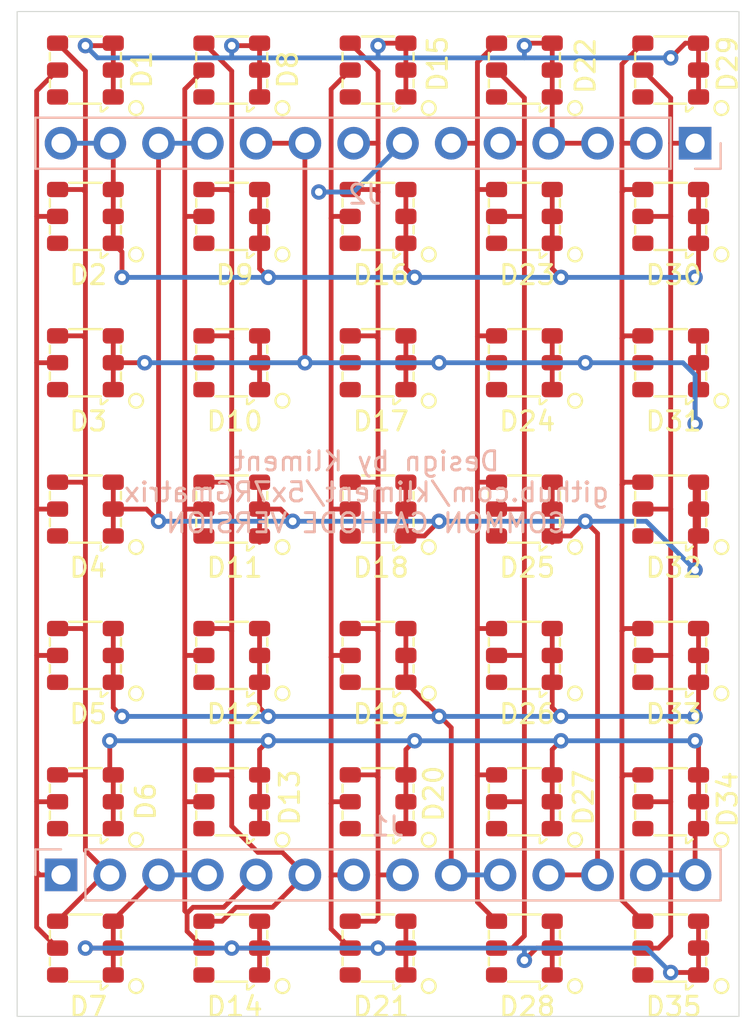
<source format=kicad_pcb>
(kicad_pcb (version 20171130) (host pcbnew 5.1.2-f72e74a~84~ubuntu18.04.1)

  (general
    (thickness 1.6)
    (drawings 40)
    (tracks 387)
    (zones 0)
    (modules 37)
    (nets 53)
  )

  (page A4)
  (layers
    (0 F.Cu signal)
    (31 B.Cu signal)
    (32 B.Adhes user)
    (33 F.Adhes user)
    (34 B.Paste user)
    (35 F.Paste user)
    (36 B.SilkS user)
    (37 F.SilkS user)
    (38 B.Mask user)
    (39 F.Mask user)
    (40 Dwgs.User user)
    (41 Cmts.User user)
    (42 Eco1.User user)
    (43 Eco2.User user)
    (44 Edge.Cuts user)
    (45 Margin user)
    (46 B.CrtYd user)
    (47 F.CrtYd user)
    (48 B.Fab user)
    (49 F.Fab user)
  )

  (setup
    (last_trace_width 0.25)
    (trace_clearance 0.2)
    (zone_clearance 0.508)
    (zone_45_only no)
    (trace_min 0.2)
    (via_size 0.8)
    (via_drill 0.4)
    (via_min_size 0.4)
    (via_min_drill 0.3)
    (uvia_size 0.3)
    (uvia_drill 0.1)
    (uvias_allowed no)
    (uvia_min_size 0.2)
    (uvia_min_drill 0.1)
    (edge_width 0.05)
    (segment_width 0.2)
    (pcb_text_width 0.3)
    (pcb_text_size 1.5 1.5)
    (mod_edge_width 0.12)
    (mod_text_size 1 1)
    (mod_text_width 0.15)
    (pad_size 1.524 1.524)
    (pad_drill 0.762)
    (pad_to_mask_clearance 0.051)
    (solder_mask_min_width 0.25)
    (aux_axis_origin 0 0)
    (visible_elements FFFFFF7F)
    (pcbplotparams
      (layerselection 0x010fc_ffffffff)
      (usegerberextensions false)
      (usegerberattributes false)
      (usegerberadvancedattributes false)
      (creategerberjobfile false)
      (excludeedgelayer true)
      (linewidth 0.100000)
      (plotframeref false)
      (viasonmask false)
      (mode 1)
      (useauxorigin false)
      (hpglpennumber 1)
      (hpglpenspeed 20)
      (hpglpendiameter 15.000000)
      (psnegative false)
      (psa4output false)
      (plotreference true)
      (plotvalue true)
      (plotinvisibletext false)
      (padsonsilk false)
      (subtractmaskfromsilk false)
      (outputformat 1)
      (mirror false)
      (drillshape 1)
      (scaleselection 1)
      (outputdirectory ""))
  )

  (net 0 "")
  (net 1 "Net-(D1-Pad6)")
  (net 2 /1)
  (net 3 /2)
  (net 4 /17)
  (net 5 "Net-(D2-Pad6)")
  (net 6 /27)
  (net 7 "Net-(D3-Pad6)")
  (net 8 /23)
  (net 9 "Net-(D4-Pad6)")
  (net 10 /11)
  (net 11 "Net-(D5-Pad6)")
  (net 12 /10)
  (net 13 "Net-(D6-Pad6)")
  (net 14 /13)
  (net 15 "Net-(D7-Pad6)")
  (net 16 /3)
  (net 17 "Net-(D8-Pad6)")
  (net 18 /5)
  (net 19 /6)
  (net 20 "Net-(D9-Pad6)")
  (net 21 "Net-(D10-Pad6)")
  (net 22 "Net-(D11-Pad6)")
  (net 23 "Net-(D12-Pad6)")
  (net 24 "Net-(D13-Pad6)")
  (net 25 "Net-(D14-Pad6)")
  (net 26 "Net-(D15-Pad6)")
  (net 27 /21)
  (net 28 /22)
  (net 29 "Net-(D16-Pad6)")
  (net 30 "Net-(D17-Pad6)")
  (net 31 "Net-(D18-Pad6)")
  (net 32 "Net-(D19-Pad6)")
  (net 33 "Net-(D20-Pad6)")
  (net 34 "Net-(D21-Pad6)")
  (net 35 "Net-(D22-Pad6)")
  (net 36 /19)
  (net 37 /20)
  (net 38 "Net-(D23-Pad6)")
  (net 39 "Net-(D24-Pad6)")
  (net 40 "Net-(D25-Pad6)")
  (net 41 "Net-(D26-Pad6)")
  (net 42 "Net-(D27-Pad6)")
  (net 43 "Net-(D28-Pad6)")
  (net 44 "Net-(D29-Pad6)")
  (net 45 /15)
  (net 46 /16)
  (net 47 "Net-(D30-Pad6)")
  (net 48 "Net-(D31-Pad6)")
  (net 49 "Net-(D32-Pad6)")
  (net 50 "Net-(D33-Pad6)")
  (net 51 "Net-(D34-Pad6)")
  (net 52 "Net-(D35-Pad6)")

  (net_class Default "This is the default net class."
    (clearance 0.2)
    (trace_width 0.25)
    (via_dia 0.8)
    (via_drill 0.4)
    (uvia_dia 0.3)
    (uvia_drill 0.1)
    (add_net /1)
    (add_net /10)
    (add_net /11)
    (add_net /13)
    (add_net /15)
    (add_net /16)
    (add_net /17)
    (add_net /19)
    (add_net /2)
    (add_net /20)
    (add_net /21)
    (add_net /22)
    (add_net /23)
    (add_net /27)
    (add_net /3)
    (add_net /5)
    (add_net /6)
    (add_net "Net-(D1-Pad6)")
    (add_net "Net-(D10-Pad6)")
    (add_net "Net-(D11-Pad6)")
    (add_net "Net-(D12-Pad6)")
    (add_net "Net-(D13-Pad6)")
    (add_net "Net-(D14-Pad6)")
    (add_net "Net-(D15-Pad6)")
    (add_net "Net-(D16-Pad6)")
    (add_net "Net-(D17-Pad6)")
    (add_net "Net-(D18-Pad6)")
    (add_net "Net-(D19-Pad6)")
    (add_net "Net-(D2-Pad6)")
    (add_net "Net-(D20-Pad6)")
    (add_net "Net-(D21-Pad6)")
    (add_net "Net-(D22-Pad6)")
    (add_net "Net-(D23-Pad6)")
    (add_net "Net-(D24-Pad6)")
    (add_net "Net-(D25-Pad6)")
    (add_net "Net-(D26-Pad6)")
    (add_net "Net-(D27-Pad6)")
    (add_net "Net-(D28-Pad6)")
    (add_net "Net-(D29-Pad6)")
    (add_net "Net-(D3-Pad6)")
    (add_net "Net-(D30-Pad6)")
    (add_net "Net-(D31-Pad6)")
    (add_net "Net-(D32-Pad6)")
    (add_net "Net-(D33-Pad6)")
    (add_net "Net-(D34-Pad6)")
    (add_net "Net-(D35-Pad6)")
    (add_net "Net-(D4-Pad6)")
    (add_net "Net-(D5-Pad6)")
    (add_net "Net-(D6-Pad6)")
    (add_net "Net-(D7-Pad6)")
    (add_net "Net-(D8-Pad6)")
    (add_net "Net-(D9-Pad6)")
  )

  (module Connector_PinHeader_2.54mm:PinHeader_1x14_P2.54mm_Vertical (layer B.Cu) (tedit 59FED5CC) (tstamp 5D29FB31)
    (at 181.61 74.93 90)
    (descr "Through hole straight pin header, 1x14, 2.54mm pitch, single row")
    (tags "Through hole pin header THT 1x14 2.54mm single row")
    (path /5D685B9A)
    (fp_text reference J2 (at -2.67 -17.21 180) (layer B.SilkS)
      (effects (font (size 1 1) (thickness 0.15)) (justify mirror))
    )
    (fp_text value Conn_01x14_Male (at 0 -35.35 90) (layer B.Fab)
      (effects (font (size 1 1) (thickness 0.15)) (justify mirror))
    )
    (fp_text user %R (at 0 -16.51 180) (layer B.Fab)
      (effects (font (size 1 1) (thickness 0.15)) (justify mirror))
    )
    (fp_line (start 1.8 1.8) (end -1.8 1.8) (layer B.CrtYd) (width 0.05))
    (fp_line (start 1.8 -34.8) (end 1.8 1.8) (layer B.CrtYd) (width 0.05))
    (fp_line (start -1.8 -34.8) (end 1.8 -34.8) (layer B.CrtYd) (width 0.05))
    (fp_line (start -1.8 1.8) (end -1.8 -34.8) (layer B.CrtYd) (width 0.05))
    (fp_line (start -1.33 1.33) (end 0 1.33) (layer B.SilkS) (width 0.12))
    (fp_line (start -1.33 0) (end -1.33 1.33) (layer B.SilkS) (width 0.12))
    (fp_line (start -1.33 -1.27) (end 1.33 -1.27) (layer B.SilkS) (width 0.12))
    (fp_line (start 1.33 -1.27) (end 1.33 -34.35) (layer B.SilkS) (width 0.12))
    (fp_line (start -1.33 -1.27) (end -1.33 -34.35) (layer B.SilkS) (width 0.12))
    (fp_line (start -1.33 -34.35) (end 1.33 -34.35) (layer B.SilkS) (width 0.12))
    (fp_line (start -1.27 0.635) (end -0.635 1.27) (layer B.Fab) (width 0.1))
    (fp_line (start -1.27 -34.29) (end -1.27 0.635) (layer B.Fab) (width 0.1))
    (fp_line (start 1.27 -34.29) (end -1.27 -34.29) (layer B.Fab) (width 0.1))
    (fp_line (start 1.27 1.27) (end 1.27 -34.29) (layer B.Fab) (width 0.1))
    (fp_line (start -0.635 1.27) (end 1.27 1.27) (layer B.Fab) (width 0.1))
    (pad 14 thru_hole oval (at 0 -33.02 90) (size 1.7 1.7) (drill 1) (layers *.Cu *.Mask)
      (net 6 /27))
    (pad 13 thru_hole oval (at 0 -30.48 90) (size 1.7 1.7) (drill 1) (layers *.Cu *.Mask)
      (net 6 /27))
    (pad 12 thru_hole oval (at 0 -27.94 90) (size 1.7 1.7) (drill 1) (layers *.Cu *.Mask)
      (net 10 /11))
    (pad 11 thru_hole oval (at 0 -25.4 90) (size 1.7 1.7) (drill 1) (layers *.Cu *.Mask)
      (net 10 /11))
    (pad 10 thru_hole oval (at 0 -22.86 90) (size 1.7 1.7) (drill 1) (layers *.Cu *.Mask)
      (net 8 /23))
    (pad 9 thru_hole oval (at 0 -20.32 90) (size 1.7 1.7) (drill 1) (layers *.Cu *.Mask)
      (net 8 /23))
    (pad 8 thru_hole oval (at 0 -17.78 90) (size 1.7 1.7) (drill 1) (layers *.Cu *.Mask)
      (net 28 /22))
    (pad 7 thru_hole oval (at 0 -15.24 90) (size 1.7 1.7) (drill 1) (layers *.Cu *.Mask)
      (net 27 /21))
    (pad 6 thru_hole oval (at 0 -12.7 90) (size 1.7 1.7) (drill 1) (layers *.Cu *.Mask)
      (net 37 /20))
    (pad 5 thru_hole oval (at 0 -10.16 90) (size 1.7 1.7) (drill 1) (layers *.Cu *.Mask)
      (net 36 /19))
    (pad 4 thru_hole oval (at 0 -7.62 90) (size 1.7 1.7) (drill 1) (layers *.Cu *.Mask)
      (net 4 /17))
    (pad 3 thru_hole oval (at 0 -5.08 90) (size 1.7 1.7) (drill 1) (layers *.Cu *.Mask)
      (net 4 /17))
    (pad 2 thru_hole oval (at 0 -2.54 90) (size 1.7 1.7) (drill 1) (layers *.Cu *.Mask)
      (net 46 /16))
    (pad 1 thru_hole rect (at 0 0 90) (size 1.7 1.7) (drill 1) (layers *.Cu *.Mask)
      (net 45 /15))
    (model ${KISYS3DMOD}/Connector_PinHeader_2.54mm.3dshapes/PinHeader_1x14_P2.54mm_Vertical.wrl
      (at (xyz 0 0 0))
      (scale (xyz 1 1 1))
      (rotate (xyz 0 0 0))
    )
  )

  (module Connector_PinHeader_2.54mm:PinHeader_1x14_P2.54mm_Vertical (layer B.Cu) (tedit 59FED5CC) (tstamp 5D29FB0F)
    (at 148.59 113.03 270)
    (descr "Through hole straight pin header, 1x14, 2.54mm pitch, single row")
    (tags "Through hole pin header THT 1x14 2.54mm single row")
    (path /5D684786)
    (fp_text reference J1 (at -2.53 -17.01 180) (layer B.SilkS)
      (effects (font (size 1 1) (thickness 0.15)) (justify mirror))
    )
    (fp_text value Conn_01x14_Male (at 0 -35.35 90) (layer B.Fab)
      (effects (font (size 1 1) (thickness 0.15)) (justify mirror))
    )
    (fp_text user %R (at 0 -16.51 180) (layer B.Fab)
      (effects (font (size 1 1) (thickness 0.15)) (justify mirror))
    )
    (fp_line (start 1.8 1.8) (end -1.8 1.8) (layer B.CrtYd) (width 0.05))
    (fp_line (start 1.8 -34.8) (end 1.8 1.8) (layer B.CrtYd) (width 0.05))
    (fp_line (start -1.8 -34.8) (end 1.8 -34.8) (layer B.CrtYd) (width 0.05))
    (fp_line (start -1.8 1.8) (end -1.8 -34.8) (layer B.CrtYd) (width 0.05))
    (fp_line (start -1.33 1.33) (end 0 1.33) (layer B.SilkS) (width 0.12))
    (fp_line (start -1.33 0) (end -1.33 1.33) (layer B.SilkS) (width 0.12))
    (fp_line (start -1.33 -1.27) (end 1.33 -1.27) (layer B.SilkS) (width 0.12))
    (fp_line (start 1.33 -1.27) (end 1.33 -34.35) (layer B.SilkS) (width 0.12))
    (fp_line (start -1.33 -1.27) (end -1.33 -34.35) (layer B.SilkS) (width 0.12))
    (fp_line (start -1.33 -34.35) (end 1.33 -34.35) (layer B.SilkS) (width 0.12))
    (fp_line (start -1.27 0.635) (end -0.635 1.27) (layer B.Fab) (width 0.1))
    (fp_line (start -1.27 -34.29) (end -1.27 0.635) (layer B.Fab) (width 0.1))
    (fp_line (start 1.27 -34.29) (end -1.27 -34.29) (layer B.Fab) (width 0.1))
    (fp_line (start 1.27 1.27) (end 1.27 -34.29) (layer B.Fab) (width 0.1))
    (fp_line (start -0.635 1.27) (end 1.27 1.27) (layer B.Fab) (width 0.1))
    (pad 14 thru_hole oval (at 0 -33.02 270) (size 1.7 1.7) (drill 1) (layers *.Cu *.Mask)
      (net 14 /13))
    (pad 13 thru_hole oval (at 0 -30.48 270) (size 1.7 1.7) (drill 1) (layers *.Cu *.Mask)
      (net 14 /13))
    (pad 12 thru_hole oval (at 0 -27.94 270) (size 1.7 1.7) (drill 1) (layers *.Cu *.Mask)
      (net 10 /11))
    (pad 11 thru_hole oval (at 0 -25.4 270) (size 1.7 1.7) (drill 1) (layers *.Cu *.Mask)
      (net 10 /11))
    (pad 10 thru_hole oval (at 0 -22.86 270) (size 1.7 1.7) (drill 1) (layers *.Cu *.Mask)
      (net 12 /10))
    (pad 9 thru_hole oval (at 0 -20.32 270) (size 1.7 1.7) (drill 1) (layers *.Cu *.Mask)
      (net 12 /10))
    (pad 8 thru_hole oval (at 0 -17.78 270) (size 1.7 1.7) (drill 1) (layers *.Cu *.Mask)
      (net 28 /22))
    (pad 7 thru_hole oval (at 0 -15.24 270) (size 1.7 1.7) (drill 1) (layers *.Cu *.Mask)
      (net 27 /21))
    (pad 6 thru_hole oval (at 0 -12.7 270) (size 1.7 1.7) (drill 1) (layers *.Cu *.Mask)
      (net 19 /6))
    (pad 5 thru_hole oval (at 0 -10.16 270) (size 1.7 1.7) (drill 1) (layers *.Cu *.Mask)
      (net 18 /5))
    (pad 4 thru_hole oval (at 0 -7.62 270) (size 1.7 1.7) (drill 1) (layers *.Cu *.Mask)
      (net 16 /3))
    (pad 3 thru_hole oval (at 0 -5.08 270) (size 1.7 1.7) (drill 1) (layers *.Cu *.Mask)
      (net 16 /3))
    (pad 2 thru_hole oval (at 0 -2.54 270) (size 1.7 1.7) (drill 1) (layers *.Cu *.Mask)
      (net 3 /2))
    (pad 1 thru_hole rect (at 0 0 270) (size 1.7 1.7) (drill 1) (layers *.Cu *.Mask)
      (net 2 /1))
    (model ${KISYS3DMOD}/Connector_PinHeader_2.54mm.3dshapes/PinHeader_1x14_P2.54mm_Vertical.wrl
      (at (xyz 0 0 0))
      (scale (xyz 1 1 1))
      (rotate (xyz 0 0 0))
    )
  )

  (module corelib:FM-Z3535RGBA-SH (layer F.Cu) (tedit 5D29F498) (tstamp 5D29FAED)
    (at 180.34 116.84)
    (path /5D9FC1A3)
    (fp_text reference D35 (at 0.15 3.05) (layer F.SilkS)
      (effects (font (size 1 1) (thickness 0.15)))
    )
    (fp_text value LED_CRGB (at 0 -2.8) (layer F.Fab)
      (effects (font (size 1 1) (thickness 0.15)))
    )
    (fp_line (start -1.85 0.5) (end -1.85 0.9) (layer F.SilkS) (width 0.12))
    (fp_line (start -1.85 -0.9) (end -1.85 -0.5) (layer F.SilkS) (width 0.12))
    (fp_line (start 1.85 -0.5) (end 1.85 -0.9) (layer F.SilkS) (width 0.12))
    (fp_line (start 1.85 0.5) (end 1.85 0.9) (layer F.SilkS) (width 0.12))
    (fp_line (start 0.8 2.15) (end 0.9 2.15) (layer F.SilkS) (width 0.12))
    (fp_line (start 0.8 1.9) (end 0.8 2.15) (layer F.SilkS) (width 0.12))
    (fp_line (start 0.9 2.15) (end 1.15 1.95) (layer F.SilkS) (width 0.12))
    (fp_line (start -0.85 1.75) (end 0.8 1.75) (layer F.SilkS) (width 0.12))
    (fp_line (start 0.85 -1.75) (end 0.75 -1.75) (layer F.SilkS) (width 0.12))
    (fp_line (start -0.85 -1.75) (end 0.75 -1.75) (layer F.SilkS) (width 0.12))
    (pad 6 smd roundrect (at -1.45 1.4) (size 1.1 0.8) (layers F.Cu F.Paste F.Mask) (roundrect_rratio 0.25)
      (net 52 "Net-(D35-Pad6)"))
    (pad 5 smd roundrect (at -1.45 0) (size 1.1 0.8) (layers F.Cu F.Paste F.Mask) (roundrect_rratio 0.25)
      (net 45 /15))
    (pad 4 smd roundrect (at -1.45 -1.4) (size 1.1 0.8) (layers F.Cu F.Paste F.Mask) (roundrect_rratio 0.25)
      (net 46 /16))
    (pad 3 smd roundrect (at 1.45 -1.4) (size 1.1 0.8) (layers F.Cu F.Paste F.Mask) (roundrect_rratio 0.25)
      (net 16 /3))
    (pad 2 smd roundrect (at 1.45 0) (size 1.1 0.8) (layers F.Cu F.Paste F.Mask) (roundrect_rratio 0.25)
      (net 16 /3))
    (pad 1 smd roundrect (at 1.45 1.4) (size 1.1 0.8) (layers F.Cu F.Paste F.Mask) (roundrect_rratio 0.25)
      (net 16 /3))
  )

  (module corelib:FM-Z3535RGBA-SH (layer F.Cu) (tedit 5D29F498) (tstamp 5D29FAD9)
    (at 180.34 109.22)
    (path /5D9F8883)
    (fp_text reference D34 (at 2.96 -0.12 90) (layer F.SilkS)
      (effects (font (size 1 1) (thickness 0.15)))
    )
    (fp_text value LED_CRGB (at 0 -2.8) (layer F.Fab)
      (effects (font (size 1 1) (thickness 0.15)))
    )
    (fp_line (start -1.85 0.5) (end -1.85 0.9) (layer F.SilkS) (width 0.12))
    (fp_line (start -1.85 -0.9) (end -1.85 -0.5) (layer F.SilkS) (width 0.12))
    (fp_line (start 1.85 -0.5) (end 1.85 -0.9) (layer F.SilkS) (width 0.12))
    (fp_line (start 1.85 0.5) (end 1.85 0.9) (layer F.SilkS) (width 0.12))
    (fp_line (start 0.8 2.15) (end 0.9 2.15) (layer F.SilkS) (width 0.12))
    (fp_line (start 0.8 1.9) (end 0.8 2.15) (layer F.SilkS) (width 0.12))
    (fp_line (start 0.9 2.15) (end 1.15 1.95) (layer F.SilkS) (width 0.12))
    (fp_line (start -0.85 1.75) (end 0.8 1.75) (layer F.SilkS) (width 0.12))
    (fp_line (start 0.85 -1.75) (end 0.75 -1.75) (layer F.SilkS) (width 0.12))
    (fp_line (start -0.85 -1.75) (end 0.75 -1.75) (layer F.SilkS) (width 0.12))
    (pad 6 smd roundrect (at -1.45 1.4) (size 1.1 0.8) (layers F.Cu F.Paste F.Mask) (roundrect_rratio 0.25)
      (net 51 "Net-(D34-Pad6)"))
    (pad 5 smd roundrect (at -1.45 0) (size 1.1 0.8) (layers F.Cu F.Paste F.Mask) (roundrect_rratio 0.25)
      (net 45 /15))
    (pad 4 smd roundrect (at -1.45 -1.4) (size 1.1 0.8) (layers F.Cu F.Paste F.Mask) (roundrect_rratio 0.25)
      (net 46 /16))
    (pad 3 smd roundrect (at 1.45 -1.4) (size 1.1 0.8) (layers F.Cu F.Paste F.Mask) (roundrect_rratio 0.25)
      (net 14 /13))
    (pad 2 smd roundrect (at 1.45 0) (size 1.1 0.8) (layers F.Cu F.Paste F.Mask) (roundrect_rratio 0.25)
      (net 14 /13))
    (pad 1 smd roundrect (at 1.45 1.4) (size 1.1 0.8) (layers F.Cu F.Paste F.Mask) (roundrect_rratio 0.25)
      (net 14 /13))
  )

  (module corelib:FM-Z3535RGBA-SH (layer F.Cu) (tedit 5D29F498) (tstamp 5D29FAC5)
    (at 180.34 101.6)
    (path /5D9F8326)
    (fp_text reference D33 (at 0.15 3.05) (layer F.SilkS)
      (effects (font (size 1 1) (thickness 0.15)))
    )
    (fp_text value LED_CRGB (at 0 -2.8) (layer F.Fab)
      (effects (font (size 1 1) (thickness 0.15)))
    )
    (fp_line (start -1.85 0.5) (end -1.85 0.9) (layer F.SilkS) (width 0.12))
    (fp_line (start -1.85 -0.9) (end -1.85 -0.5) (layer F.SilkS) (width 0.12))
    (fp_line (start 1.85 -0.5) (end 1.85 -0.9) (layer F.SilkS) (width 0.12))
    (fp_line (start 1.85 0.5) (end 1.85 0.9) (layer F.SilkS) (width 0.12))
    (fp_line (start 0.8 2.15) (end 0.9 2.15) (layer F.SilkS) (width 0.12))
    (fp_line (start 0.8 1.9) (end 0.8 2.15) (layer F.SilkS) (width 0.12))
    (fp_line (start 0.9 2.15) (end 1.15 1.95) (layer F.SilkS) (width 0.12))
    (fp_line (start -0.85 1.75) (end 0.8 1.75) (layer F.SilkS) (width 0.12))
    (fp_line (start 0.85 -1.75) (end 0.75 -1.75) (layer F.SilkS) (width 0.12))
    (fp_line (start -0.85 -1.75) (end 0.75 -1.75) (layer F.SilkS) (width 0.12))
    (pad 6 smd roundrect (at -1.45 1.4) (size 1.1 0.8) (layers F.Cu F.Paste F.Mask) (roundrect_rratio 0.25)
      (net 50 "Net-(D33-Pad6)"))
    (pad 5 smd roundrect (at -1.45 0) (size 1.1 0.8) (layers F.Cu F.Paste F.Mask) (roundrect_rratio 0.25)
      (net 45 /15))
    (pad 4 smd roundrect (at -1.45 -1.4) (size 1.1 0.8) (layers F.Cu F.Paste F.Mask) (roundrect_rratio 0.25)
      (net 46 /16))
    (pad 3 smd roundrect (at 1.45 -1.4) (size 1.1 0.8) (layers F.Cu F.Paste F.Mask) (roundrect_rratio 0.25)
      (net 12 /10))
    (pad 2 smd roundrect (at 1.45 0) (size 1.1 0.8) (layers F.Cu F.Paste F.Mask) (roundrect_rratio 0.25)
      (net 12 /10))
    (pad 1 smd roundrect (at 1.45 1.4) (size 1.1 0.8) (layers F.Cu F.Paste F.Mask) (roundrect_rratio 0.25)
      (net 12 /10))
  )

  (module corelib:FM-Z3535RGBA-SH (layer F.Cu) (tedit 5D29F498) (tstamp 5D29FAB1)
    (at 180.34 93.98)
    (path /5D9C5FA3)
    (fp_text reference D32 (at 0.15 3.05) (layer F.SilkS)
      (effects (font (size 1 1) (thickness 0.15)))
    )
    (fp_text value LED_CRGB (at 0 -2.8) (layer F.Fab)
      (effects (font (size 1 1) (thickness 0.15)))
    )
    (fp_line (start -1.85 0.5) (end -1.85 0.9) (layer F.SilkS) (width 0.12))
    (fp_line (start -1.85 -0.9) (end -1.85 -0.5) (layer F.SilkS) (width 0.12))
    (fp_line (start 1.85 -0.5) (end 1.85 -0.9) (layer F.SilkS) (width 0.12))
    (fp_line (start 1.85 0.5) (end 1.85 0.9) (layer F.SilkS) (width 0.12))
    (fp_line (start 0.8 2.15) (end 0.9 2.15) (layer F.SilkS) (width 0.12))
    (fp_line (start 0.8 1.9) (end 0.8 2.15) (layer F.SilkS) (width 0.12))
    (fp_line (start 0.9 2.15) (end 1.15 1.95) (layer F.SilkS) (width 0.12))
    (fp_line (start -0.85 1.75) (end 0.8 1.75) (layer F.SilkS) (width 0.12))
    (fp_line (start 0.85 -1.75) (end 0.75 -1.75) (layer F.SilkS) (width 0.12))
    (fp_line (start -0.85 -1.75) (end 0.75 -1.75) (layer F.SilkS) (width 0.12))
    (pad 6 smd roundrect (at -1.45 1.4) (size 1.1 0.8) (layers F.Cu F.Paste F.Mask) (roundrect_rratio 0.25)
      (net 49 "Net-(D32-Pad6)"))
    (pad 5 smd roundrect (at -1.45 0) (size 1.1 0.8) (layers F.Cu F.Paste F.Mask) (roundrect_rratio 0.25)
      (net 45 /15))
    (pad 4 smd roundrect (at -1.45 -1.4) (size 1.1 0.8) (layers F.Cu F.Paste F.Mask) (roundrect_rratio 0.25)
      (net 46 /16))
    (pad 3 smd roundrect (at 1.45 -1.4) (size 1.1 0.8) (layers F.Cu F.Paste F.Mask) (roundrect_rratio 0.25)
      (net 10 /11))
    (pad 2 smd roundrect (at 1.45 0) (size 1.1 0.8) (layers F.Cu F.Paste F.Mask) (roundrect_rratio 0.25)
      (net 10 /11))
    (pad 1 smd roundrect (at 1.45 1.4) (size 1.1 0.8) (layers F.Cu F.Paste F.Mask) (roundrect_rratio 0.25)
      (net 10 /11))
  )

  (module corelib:FM-Z3535RGBA-SH (layer F.Cu) (tedit 5D29F498) (tstamp 5D29FA9D)
    (at 180.34 86.36)
    (path /5D9C4033)
    (fp_text reference D31 (at 0.15 3.05) (layer F.SilkS)
      (effects (font (size 1 1) (thickness 0.15)))
    )
    (fp_text value LED_CRGB (at 0 -2.8) (layer F.Fab)
      (effects (font (size 1 1) (thickness 0.15)))
    )
    (fp_line (start -1.85 0.5) (end -1.85 0.9) (layer F.SilkS) (width 0.12))
    (fp_line (start -1.85 -0.9) (end -1.85 -0.5) (layer F.SilkS) (width 0.12))
    (fp_line (start 1.85 -0.5) (end 1.85 -0.9) (layer F.SilkS) (width 0.12))
    (fp_line (start 1.85 0.5) (end 1.85 0.9) (layer F.SilkS) (width 0.12))
    (fp_line (start 0.8 2.15) (end 0.9 2.15) (layer F.SilkS) (width 0.12))
    (fp_line (start 0.8 1.9) (end 0.8 2.15) (layer F.SilkS) (width 0.12))
    (fp_line (start 0.9 2.15) (end 1.15 1.95) (layer F.SilkS) (width 0.12))
    (fp_line (start -0.85 1.75) (end 0.8 1.75) (layer F.SilkS) (width 0.12))
    (fp_line (start 0.85 -1.75) (end 0.75 -1.75) (layer F.SilkS) (width 0.12))
    (fp_line (start -0.85 -1.75) (end 0.75 -1.75) (layer F.SilkS) (width 0.12))
    (pad 6 smd roundrect (at -1.45 1.4) (size 1.1 0.8) (layers F.Cu F.Paste F.Mask) (roundrect_rratio 0.25)
      (net 48 "Net-(D31-Pad6)"))
    (pad 5 smd roundrect (at -1.45 0) (size 1.1 0.8) (layers F.Cu F.Paste F.Mask) (roundrect_rratio 0.25)
      (net 45 /15))
    (pad 4 smd roundrect (at -1.45 -1.4) (size 1.1 0.8) (layers F.Cu F.Paste F.Mask) (roundrect_rratio 0.25)
      (net 46 /16))
    (pad 3 smd roundrect (at 1.45 -1.4) (size 1.1 0.8) (layers F.Cu F.Paste F.Mask) (roundrect_rratio 0.25)
      (net 8 /23))
    (pad 2 smd roundrect (at 1.45 0) (size 1.1 0.8) (layers F.Cu F.Paste F.Mask) (roundrect_rratio 0.25)
      (net 8 /23))
    (pad 1 smd roundrect (at 1.45 1.4) (size 1.1 0.8) (layers F.Cu F.Paste F.Mask) (roundrect_rratio 0.25)
      (net 8 /23))
  )

  (module corelib:FM-Z3535RGBA-SH (layer F.Cu) (tedit 5D29F498) (tstamp 5D29FA89)
    (at 180.34 78.74)
    (path /5D9C1EDC)
    (fp_text reference D30 (at 0.15 3.05) (layer F.SilkS)
      (effects (font (size 1 1) (thickness 0.15)))
    )
    (fp_text value LED_CRGB (at 0 -2.8) (layer F.Fab)
      (effects (font (size 1 1) (thickness 0.15)))
    )
    (fp_line (start -1.85 0.5) (end -1.85 0.9) (layer F.SilkS) (width 0.12))
    (fp_line (start -1.85 -0.9) (end -1.85 -0.5) (layer F.SilkS) (width 0.12))
    (fp_line (start 1.85 -0.5) (end 1.85 -0.9) (layer F.SilkS) (width 0.12))
    (fp_line (start 1.85 0.5) (end 1.85 0.9) (layer F.SilkS) (width 0.12))
    (fp_line (start 0.8 2.15) (end 0.9 2.15) (layer F.SilkS) (width 0.12))
    (fp_line (start 0.8 1.9) (end 0.8 2.15) (layer F.SilkS) (width 0.12))
    (fp_line (start 0.9 2.15) (end 1.15 1.95) (layer F.SilkS) (width 0.12))
    (fp_line (start -0.85 1.75) (end 0.8 1.75) (layer F.SilkS) (width 0.12))
    (fp_line (start 0.85 -1.75) (end 0.75 -1.75) (layer F.SilkS) (width 0.12))
    (fp_line (start -0.85 -1.75) (end 0.75 -1.75) (layer F.SilkS) (width 0.12))
    (pad 6 smd roundrect (at -1.45 1.4) (size 1.1 0.8) (layers F.Cu F.Paste F.Mask) (roundrect_rratio 0.25)
      (net 47 "Net-(D30-Pad6)"))
    (pad 5 smd roundrect (at -1.45 0) (size 1.1 0.8) (layers F.Cu F.Paste F.Mask) (roundrect_rratio 0.25)
      (net 45 /15))
    (pad 4 smd roundrect (at -1.45 -1.4) (size 1.1 0.8) (layers F.Cu F.Paste F.Mask) (roundrect_rratio 0.25)
      (net 46 /16))
    (pad 3 smd roundrect (at 1.45 -1.4) (size 1.1 0.8) (layers F.Cu F.Paste F.Mask) (roundrect_rratio 0.25)
      (net 6 /27))
    (pad 2 smd roundrect (at 1.45 0) (size 1.1 0.8) (layers F.Cu F.Paste F.Mask) (roundrect_rratio 0.25)
      (net 6 /27))
    (pad 1 smd roundrect (at 1.45 1.4) (size 1.1 0.8) (layers F.Cu F.Paste F.Mask) (roundrect_rratio 0.25)
      (net 6 /27))
  )

  (module corelib:FM-Z3535RGBA-SH (layer F.Cu) (tedit 5D29F498) (tstamp 5D29FA75)
    (at 180.34 71.12)
    (path /5D9B2125)
    (fp_text reference D29 (at 2.96 -0.32 90) (layer F.SilkS)
      (effects (font (size 1 1) (thickness 0.15)))
    )
    (fp_text value LED_CRGB (at 0 -2.8) (layer F.Fab)
      (effects (font (size 1 1) (thickness 0.15)))
    )
    (fp_line (start -1.85 0.5) (end -1.85 0.9) (layer F.SilkS) (width 0.12))
    (fp_line (start -1.85 -0.9) (end -1.85 -0.5) (layer F.SilkS) (width 0.12))
    (fp_line (start 1.85 -0.5) (end 1.85 -0.9) (layer F.SilkS) (width 0.12))
    (fp_line (start 1.85 0.5) (end 1.85 0.9) (layer F.SilkS) (width 0.12))
    (fp_line (start 0.8 2.15) (end 0.9 2.15) (layer F.SilkS) (width 0.12))
    (fp_line (start 0.8 1.9) (end 0.8 2.15) (layer F.SilkS) (width 0.12))
    (fp_line (start 0.9 2.15) (end 1.15 1.95) (layer F.SilkS) (width 0.12))
    (fp_line (start -0.85 1.75) (end 0.8 1.75) (layer F.SilkS) (width 0.12))
    (fp_line (start 0.85 -1.75) (end 0.75 -1.75) (layer F.SilkS) (width 0.12))
    (fp_line (start -0.85 -1.75) (end 0.75 -1.75) (layer F.SilkS) (width 0.12))
    (pad 6 smd roundrect (at -1.45 1.4) (size 1.1 0.8) (layers F.Cu F.Paste F.Mask) (roundrect_rratio 0.25)
      (net 44 "Net-(D29-Pad6)"))
    (pad 5 smd roundrect (at -1.45 0) (size 1.1 0.8) (layers F.Cu F.Paste F.Mask) (roundrect_rratio 0.25)
      (net 45 /15))
    (pad 4 smd roundrect (at -1.45 -1.4) (size 1.1 0.8) (layers F.Cu F.Paste F.Mask) (roundrect_rratio 0.25)
      (net 46 /16))
    (pad 3 smd roundrect (at 1.45 -1.4) (size 1.1 0.8) (layers F.Cu F.Paste F.Mask) (roundrect_rratio 0.25)
      (net 4 /17))
    (pad 2 smd roundrect (at 1.45 0) (size 1.1 0.8) (layers F.Cu F.Paste F.Mask) (roundrect_rratio 0.25)
      (net 4 /17))
    (pad 1 smd roundrect (at 1.45 1.4) (size 1.1 0.8) (layers F.Cu F.Paste F.Mask) (roundrect_rratio 0.25)
      (net 4 /17))
  )

  (module corelib:FM-Z3535RGBA-SH (layer F.Cu) (tedit 5D29F498) (tstamp 5D29FA61)
    (at 172.72 116.84)
    (path /5D9FBCEC)
    (fp_text reference D28 (at 0.15 3.05) (layer F.SilkS)
      (effects (font (size 1 1) (thickness 0.15)))
    )
    (fp_text value LED_CRGB (at 0 -2.8) (layer F.Fab)
      (effects (font (size 1 1) (thickness 0.15)))
    )
    (fp_line (start -1.85 0.5) (end -1.85 0.9) (layer F.SilkS) (width 0.12))
    (fp_line (start -1.85 -0.9) (end -1.85 -0.5) (layer F.SilkS) (width 0.12))
    (fp_line (start 1.85 -0.5) (end 1.85 -0.9) (layer F.SilkS) (width 0.12))
    (fp_line (start 1.85 0.5) (end 1.85 0.9) (layer F.SilkS) (width 0.12))
    (fp_line (start 0.8 2.15) (end 0.9 2.15) (layer F.SilkS) (width 0.12))
    (fp_line (start 0.8 1.9) (end 0.8 2.15) (layer F.SilkS) (width 0.12))
    (fp_line (start 0.9 2.15) (end 1.15 1.95) (layer F.SilkS) (width 0.12))
    (fp_line (start -0.85 1.75) (end 0.8 1.75) (layer F.SilkS) (width 0.12))
    (fp_line (start 0.85 -1.75) (end 0.75 -1.75) (layer F.SilkS) (width 0.12))
    (fp_line (start -0.85 -1.75) (end 0.75 -1.75) (layer F.SilkS) (width 0.12))
    (pad 6 smd roundrect (at -1.45 1.4) (size 1.1 0.8) (layers F.Cu F.Paste F.Mask) (roundrect_rratio 0.25)
      (net 43 "Net-(D28-Pad6)"))
    (pad 5 smd roundrect (at -1.45 0) (size 1.1 0.8) (layers F.Cu F.Paste F.Mask) (roundrect_rratio 0.25)
      (net 36 /19))
    (pad 4 smd roundrect (at -1.45 -1.4) (size 1.1 0.8) (layers F.Cu F.Paste F.Mask) (roundrect_rratio 0.25)
      (net 37 /20))
    (pad 3 smd roundrect (at 1.45 -1.4) (size 1.1 0.8) (layers F.Cu F.Paste F.Mask) (roundrect_rratio 0.25)
      (net 16 /3))
    (pad 2 smd roundrect (at 1.45 0) (size 1.1 0.8) (layers F.Cu F.Paste F.Mask) (roundrect_rratio 0.25)
      (net 16 /3))
    (pad 1 smd roundrect (at 1.45 1.4) (size 1.1 0.8) (layers F.Cu F.Paste F.Mask) (roundrect_rratio 0.25)
      (net 16 /3))
  )

  (module corelib:FM-Z3535RGBA-SH (layer F.Cu) (tedit 5D29F498) (tstamp 5D29FA4D)
    (at 172.72 109.22)
    (path /5D9F8D90)
    (fp_text reference D27 (at 3.08 -0.22 90) (layer F.SilkS)
      (effects (font (size 1 1) (thickness 0.15)))
    )
    (fp_text value LED_CRGB (at 0 -2.8) (layer F.Fab)
      (effects (font (size 1 1) (thickness 0.15)))
    )
    (fp_line (start -1.85 0.5) (end -1.85 0.9) (layer F.SilkS) (width 0.12))
    (fp_line (start -1.85 -0.9) (end -1.85 -0.5) (layer F.SilkS) (width 0.12))
    (fp_line (start 1.85 -0.5) (end 1.85 -0.9) (layer F.SilkS) (width 0.12))
    (fp_line (start 1.85 0.5) (end 1.85 0.9) (layer F.SilkS) (width 0.12))
    (fp_line (start 0.8 2.15) (end 0.9 2.15) (layer F.SilkS) (width 0.12))
    (fp_line (start 0.8 1.9) (end 0.8 2.15) (layer F.SilkS) (width 0.12))
    (fp_line (start 0.9 2.15) (end 1.15 1.95) (layer F.SilkS) (width 0.12))
    (fp_line (start -0.85 1.75) (end 0.8 1.75) (layer F.SilkS) (width 0.12))
    (fp_line (start 0.85 -1.75) (end 0.75 -1.75) (layer F.SilkS) (width 0.12))
    (fp_line (start -0.85 -1.75) (end 0.75 -1.75) (layer F.SilkS) (width 0.12))
    (pad 6 smd roundrect (at -1.45 1.4) (size 1.1 0.8) (layers F.Cu F.Paste F.Mask) (roundrect_rratio 0.25)
      (net 42 "Net-(D27-Pad6)"))
    (pad 5 smd roundrect (at -1.45 0) (size 1.1 0.8) (layers F.Cu F.Paste F.Mask) (roundrect_rratio 0.25)
      (net 36 /19))
    (pad 4 smd roundrect (at -1.45 -1.4) (size 1.1 0.8) (layers F.Cu F.Paste F.Mask) (roundrect_rratio 0.25)
      (net 37 /20))
    (pad 3 smd roundrect (at 1.45 -1.4) (size 1.1 0.8) (layers F.Cu F.Paste F.Mask) (roundrect_rratio 0.25)
      (net 14 /13))
    (pad 2 smd roundrect (at 1.45 0) (size 1.1 0.8) (layers F.Cu F.Paste F.Mask) (roundrect_rratio 0.25)
      (net 14 /13))
    (pad 1 smd roundrect (at 1.45 1.4) (size 1.1 0.8) (layers F.Cu F.Paste F.Mask) (roundrect_rratio 0.25)
      (net 14 /13))
  )

  (module corelib:FM-Z3535RGBA-SH (layer F.Cu) (tedit 5D29F498) (tstamp 5D29FA39)
    (at 172.72 101.6)
    (path /5D9F7E1A)
    (fp_text reference D26 (at 0.15 3.05) (layer F.SilkS)
      (effects (font (size 1 1) (thickness 0.15)))
    )
    (fp_text value LED_CRGB (at 0 -2.8) (layer F.Fab)
      (effects (font (size 1 1) (thickness 0.15)))
    )
    (fp_line (start -1.85 0.5) (end -1.85 0.9) (layer F.SilkS) (width 0.12))
    (fp_line (start -1.85 -0.9) (end -1.85 -0.5) (layer F.SilkS) (width 0.12))
    (fp_line (start 1.85 -0.5) (end 1.85 -0.9) (layer F.SilkS) (width 0.12))
    (fp_line (start 1.85 0.5) (end 1.85 0.9) (layer F.SilkS) (width 0.12))
    (fp_line (start 0.8 2.15) (end 0.9 2.15) (layer F.SilkS) (width 0.12))
    (fp_line (start 0.8 1.9) (end 0.8 2.15) (layer F.SilkS) (width 0.12))
    (fp_line (start 0.9 2.15) (end 1.15 1.95) (layer F.SilkS) (width 0.12))
    (fp_line (start -0.85 1.75) (end 0.8 1.75) (layer F.SilkS) (width 0.12))
    (fp_line (start 0.85 -1.75) (end 0.75 -1.75) (layer F.SilkS) (width 0.12))
    (fp_line (start -0.85 -1.75) (end 0.75 -1.75) (layer F.SilkS) (width 0.12))
    (pad 6 smd roundrect (at -1.45 1.4) (size 1.1 0.8) (layers F.Cu F.Paste F.Mask) (roundrect_rratio 0.25)
      (net 41 "Net-(D26-Pad6)"))
    (pad 5 smd roundrect (at -1.45 0) (size 1.1 0.8) (layers F.Cu F.Paste F.Mask) (roundrect_rratio 0.25)
      (net 36 /19))
    (pad 4 smd roundrect (at -1.45 -1.4) (size 1.1 0.8) (layers F.Cu F.Paste F.Mask) (roundrect_rratio 0.25)
      (net 37 /20))
    (pad 3 smd roundrect (at 1.45 -1.4) (size 1.1 0.8) (layers F.Cu F.Paste F.Mask) (roundrect_rratio 0.25)
      (net 12 /10))
    (pad 2 smd roundrect (at 1.45 0) (size 1.1 0.8) (layers F.Cu F.Paste F.Mask) (roundrect_rratio 0.25)
      (net 12 /10))
    (pad 1 smd roundrect (at 1.45 1.4) (size 1.1 0.8) (layers F.Cu F.Paste F.Mask) (roundrect_rratio 0.25)
      (net 12 /10))
  )

  (module corelib:FM-Z3535RGBA-SH (layer F.Cu) (tedit 5D29F498) (tstamp 5D29FA25)
    (at 172.72 93.98)
    (path /5D9C5A42)
    (fp_text reference D25 (at 0.15 3.05) (layer F.SilkS)
      (effects (font (size 1 1) (thickness 0.15)))
    )
    (fp_text value LED_CRGB (at 0 -2.8) (layer F.Fab)
      (effects (font (size 1 1) (thickness 0.15)))
    )
    (fp_line (start -1.85 0.5) (end -1.85 0.9) (layer F.SilkS) (width 0.12))
    (fp_line (start -1.85 -0.9) (end -1.85 -0.5) (layer F.SilkS) (width 0.12))
    (fp_line (start 1.85 -0.5) (end 1.85 -0.9) (layer F.SilkS) (width 0.12))
    (fp_line (start 1.85 0.5) (end 1.85 0.9) (layer F.SilkS) (width 0.12))
    (fp_line (start 0.8 2.15) (end 0.9 2.15) (layer F.SilkS) (width 0.12))
    (fp_line (start 0.8 1.9) (end 0.8 2.15) (layer F.SilkS) (width 0.12))
    (fp_line (start 0.9 2.15) (end 1.15 1.95) (layer F.SilkS) (width 0.12))
    (fp_line (start -0.85 1.75) (end 0.8 1.75) (layer F.SilkS) (width 0.12))
    (fp_line (start 0.85 -1.75) (end 0.75 -1.75) (layer F.SilkS) (width 0.12))
    (fp_line (start -0.85 -1.75) (end 0.75 -1.75) (layer F.SilkS) (width 0.12))
    (pad 6 smd roundrect (at -1.45 1.4) (size 1.1 0.8) (layers F.Cu F.Paste F.Mask) (roundrect_rratio 0.25)
      (net 40 "Net-(D25-Pad6)"))
    (pad 5 smd roundrect (at -1.45 0) (size 1.1 0.8) (layers F.Cu F.Paste F.Mask) (roundrect_rratio 0.25)
      (net 36 /19))
    (pad 4 smd roundrect (at -1.45 -1.4) (size 1.1 0.8) (layers F.Cu F.Paste F.Mask) (roundrect_rratio 0.25)
      (net 37 /20))
    (pad 3 smd roundrect (at 1.45 -1.4) (size 1.1 0.8) (layers F.Cu F.Paste F.Mask) (roundrect_rratio 0.25)
      (net 10 /11))
    (pad 2 smd roundrect (at 1.45 0) (size 1.1 0.8) (layers F.Cu F.Paste F.Mask) (roundrect_rratio 0.25)
      (net 10 /11))
    (pad 1 smd roundrect (at 1.45 1.4) (size 1.1 0.8) (layers F.Cu F.Paste F.Mask) (roundrect_rratio 0.25)
      (net 10 /11))
  )

  (module corelib:FM-Z3535RGBA-SH (layer F.Cu) (tedit 5D29F498) (tstamp 5D29FA11)
    (at 172.72 86.36)
    (path /5D9C391F)
    (fp_text reference D24 (at 0.15 3.05) (layer F.SilkS)
      (effects (font (size 1 1) (thickness 0.15)))
    )
    (fp_text value LED_CRGB (at 0 -2.8) (layer F.Fab)
      (effects (font (size 1 1) (thickness 0.15)))
    )
    (fp_line (start -1.85 0.5) (end -1.85 0.9) (layer F.SilkS) (width 0.12))
    (fp_line (start -1.85 -0.9) (end -1.85 -0.5) (layer F.SilkS) (width 0.12))
    (fp_line (start 1.85 -0.5) (end 1.85 -0.9) (layer F.SilkS) (width 0.12))
    (fp_line (start 1.85 0.5) (end 1.85 0.9) (layer F.SilkS) (width 0.12))
    (fp_line (start 0.8 2.15) (end 0.9 2.15) (layer F.SilkS) (width 0.12))
    (fp_line (start 0.8 1.9) (end 0.8 2.15) (layer F.SilkS) (width 0.12))
    (fp_line (start 0.9 2.15) (end 1.15 1.95) (layer F.SilkS) (width 0.12))
    (fp_line (start -0.85 1.75) (end 0.8 1.75) (layer F.SilkS) (width 0.12))
    (fp_line (start 0.85 -1.75) (end 0.75 -1.75) (layer F.SilkS) (width 0.12))
    (fp_line (start -0.85 -1.75) (end 0.75 -1.75) (layer F.SilkS) (width 0.12))
    (pad 6 smd roundrect (at -1.45 1.4) (size 1.1 0.8) (layers F.Cu F.Paste F.Mask) (roundrect_rratio 0.25)
      (net 39 "Net-(D24-Pad6)"))
    (pad 5 smd roundrect (at -1.45 0) (size 1.1 0.8) (layers F.Cu F.Paste F.Mask) (roundrect_rratio 0.25)
      (net 36 /19))
    (pad 4 smd roundrect (at -1.45 -1.4) (size 1.1 0.8) (layers F.Cu F.Paste F.Mask) (roundrect_rratio 0.25)
      (net 37 /20))
    (pad 3 smd roundrect (at 1.45 -1.4) (size 1.1 0.8) (layers F.Cu F.Paste F.Mask) (roundrect_rratio 0.25)
      (net 8 /23))
    (pad 2 smd roundrect (at 1.45 0) (size 1.1 0.8) (layers F.Cu F.Paste F.Mask) (roundrect_rratio 0.25)
      (net 8 /23))
    (pad 1 smd roundrect (at 1.45 1.4) (size 1.1 0.8) (layers F.Cu F.Paste F.Mask) (roundrect_rratio 0.25)
      (net 8 /23))
  )

  (module corelib:FM-Z3535RGBA-SH (layer F.Cu) (tedit 5D29F498) (tstamp 5D29F9FD)
    (at 172.72 78.74)
    (path /5D9C15CF)
    (fp_text reference D23 (at 0.15 3.05) (layer F.SilkS)
      (effects (font (size 1 1) (thickness 0.15)))
    )
    (fp_text value LED_CRGB (at 0 -2.8) (layer F.Fab)
      (effects (font (size 1 1) (thickness 0.15)))
    )
    (fp_line (start -1.85 0.5) (end -1.85 0.9) (layer F.SilkS) (width 0.12))
    (fp_line (start -1.85 -0.9) (end -1.85 -0.5) (layer F.SilkS) (width 0.12))
    (fp_line (start 1.85 -0.5) (end 1.85 -0.9) (layer F.SilkS) (width 0.12))
    (fp_line (start 1.85 0.5) (end 1.85 0.9) (layer F.SilkS) (width 0.12))
    (fp_line (start 0.8 2.15) (end 0.9 2.15) (layer F.SilkS) (width 0.12))
    (fp_line (start 0.8 1.9) (end 0.8 2.15) (layer F.SilkS) (width 0.12))
    (fp_line (start 0.9 2.15) (end 1.15 1.95) (layer F.SilkS) (width 0.12))
    (fp_line (start -0.85 1.75) (end 0.8 1.75) (layer F.SilkS) (width 0.12))
    (fp_line (start 0.85 -1.75) (end 0.75 -1.75) (layer F.SilkS) (width 0.12))
    (fp_line (start -0.85 -1.75) (end 0.75 -1.75) (layer F.SilkS) (width 0.12))
    (pad 6 smd roundrect (at -1.45 1.4) (size 1.1 0.8) (layers F.Cu F.Paste F.Mask) (roundrect_rratio 0.25)
      (net 38 "Net-(D23-Pad6)"))
    (pad 5 smd roundrect (at -1.45 0) (size 1.1 0.8) (layers F.Cu F.Paste F.Mask) (roundrect_rratio 0.25)
      (net 36 /19))
    (pad 4 smd roundrect (at -1.45 -1.4) (size 1.1 0.8) (layers F.Cu F.Paste F.Mask) (roundrect_rratio 0.25)
      (net 37 /20))
    (pad 3 smd roundrect (at 1.45 -1.4) (size 1.1 0.8) (layers F.Cu F.Paste F.Mask) (roundrect_rratio 0.25)
      (net 6 /27))
    (pad 2 smd roundrect (at 1.45 0) (size 1.1 0.8) (layers F.Cu F.Paste F.Mask) (roundrect_rratio 0.25)
      (net 6 /27))
    (pad 1 smd roundrect (at 1.45 1.4) (size 1.1 0.8) (layers F.Cu F.Paste F.Mask) (roundrect_rratio 0.25)
      (net 6 /27))
  )

  (module corelib:FM-Z3535RGBA-SH (layer F.Cu) (tedit 5D29F498) (tstamp 5D29F9E9)
    (at 172.72 71.12)
    (path /5D9B1B15)
    (fp_text reference D22 (at 3.18 -0.22 90) (layer F.SilkS)
      (effects (font (size 1 1) (thickness 0.15)))
    )
    (fp_text value LED_CRGB (at 0 -2.8) (layer F.Fab)
      (effects (font (size 1 1) (thickness 0.15)))
    )
    (fp_line (start -1.85 0.5) (end -1.85 0.9) (layer F.SilkS) (width 0.12))
    (fp_line (start -1.85 -0.9) (end -1.85 -0.5) (layer F.SilkS) (width 0.12))
    (fp_line (start 1.85 -0.5) (end 1.85 -0.9) (layer F.SilkS) (width 0.12))
    (fp_line (start 1.85 0.5) (end 1.85 0.9) (layer F.SilkS) (width 0.12))
    (fp_line (start 0.8 2.15) (end 0.9 2.15) (layer F.SilkS) (width 0.12))
    (fp_line (start 0.8 1.9) (end 0.8 2.15) (layer F.SilkS) (width 0.12))
    (fp_line (start 0.9 2.15) (end 1.15 1.95) (layer F.SilkS) (width 0.12))
    (fp_line (start -0.85 1.75) (end 0.8 1.75) (layer F.SilkS) (width 0.12))
    (fp_line (start 0.85 -1.75) (end 0.75 -1.75) (layer F.SilkS) (width 0.12))
    (fp_line (start -0.85 -1.75) (end 0.75 -1.75) (layer F.SilkS) (width 0.12))
    (pad 6 smd roundrect (at -1.45 1.4) (size 1.1 0.8) (layers F.Cu F.Paste F.Mask) (roundrect_rratio 0.25)
      (net 35 "Net-(D22-Pad6)"))
    (pad 5 smd roundrect (at -1.45 0) (size 1.1 0.8) (layers F.Cu F.Paste F.Mask) (roundrect_rratio 0.25)
      (net 36 /19))
    (pad 4 smd roundrect (at -1.45 -1.4) (size 1.1 0.8) (layers F.Cu F.Paste F.Mask) (roundrect_rratio 0.25)
      (net 37 /20))
    (pad 3 smd roundrect (at 1.45 -1.4) (size 1.1 0.8) (layers F.Cu F.Paste F.Mask) (roundrect_rratio 0.25)
      (net 4 /17))
    (pad 2 smd roundrect (at 1.45 0) (size 1.1 0.8) (layers F.Cu F.Paste F.Mask) (roundrect_rratio 0.25)
      (net 4 /17))
    (pad 1 smd roundrect (at 1.45 1.4) (size 1.1 0.8) (layers F.Cu F.Paste F.Mask) (roundrect_rratio 0.25)
      (net 4 /17))
  )

  (module corelib:FM-Z3535RGBA-SH (layer F.Cu) (tedit 5D29F498) (tstamp 5D29F9D5)
    (at 165.1 116.84)
    (path /5D9FB88A)
    (fp_text reference D21 (at 0.15 3.05) (layer F.SilkS)
      (effects (font (size 1 1) (thickness 0.15)))
    )
    (fp_text value LED_CRGB (at 0 -2.8) (layer F.Fab)
      (effects (font (size 1 1) (thickness 0.15)))
    )
    (fp_line (start -1.85 0.5) (end -1.85 0.9) (layer F.SilkS) (width 0.12))
    (fp_line (start -1.85 -0.9) (end -1.85 -0.5) (layer F.SilkS) (width 0.12))
    (fp_line (start 1.85 -0.5) (end 1.85 -0.9) (layer F.SilkS) (width 0.12))
    (fp_line (start 1.85 0.5) (end 1.85 0.9) (layer F.SilkS) (width 0.12))
    (fp_line (start 0.8 2.15) (end 0.9 2.15) (layer F.SilkS) (width 0.12))
    (fp_line (start 0.8 1.9) (end 0.8 2.15) (layer F.SilkS) (width 0.12))
    (fp_line (start 0.9 2.15) (end 1.15 1.95) (layer F.SilkS) (width 0.12))
    (fp_line (start -0.85 1.75) (end 0.8 1.75) (layer F.SilkS) (width 0.12))
    (fp_line (start 0.85 -1.75) (end 0.75 -1.75) (layer F.SilkS) (width 0.12))
    (fp_line (start -0.85 -1.75) (end 0.75 -1.75) (layer F.SilkS) (width 0.12))
    (pad 6 smd roundrect (at -1.45 1.4) (size 1.1 0.8) (layers F.Cu F.Paste F.Mask) (roundrect_rratio 0.25)
      (net 34 "Net-(D21-Pad6)"))
    (pad 5 smd roundrect (at -1.45 0) (size 1.1 0.8) (layers F.Cu F.Paste F.Mask) (roundrect_rratio 0.25)
      (net 27 /21))
    (pad 4 smd roundrect (at -1.45 -1.4) (size 1.1 0.8) (layers F.Cu F.Paste F.Mask) (roundrect_rratio 0.25)
      (net 28 /22))
    (pad 3 smd roundrect (at 1.45 -1.4) (size 1.1 0.8) (layers F.Cu F.Paste F.Mask) (roundrect_rratio 0.25)
      (net 16 /3))
    (pad 2 smd roundrect (at 1.45 0) (size 1.1 0.8) (layers F.Cu F.Paste F.Mask) (roundrect_rratio 0.25)
      (net 16 /3))
    (pad 1 smd roundrect (at 1.45 1.4) (size 1.1 0.8) (layers F.Cu F.Paste F.Mask) (roundrect_rratio 0.25)
      (net 16 /3))
  )

  (module corelib:FM-Z3535RGBA-SH (layer F.Cu) (tedit 5D29F498) (tstamp 5D29F9C1)
    (at 165.1 109.22)
    (path /5D9F949F)
    (fp_text reference D20 (at 2.9 -0.42 90) (layer F.SilkS)
      (effects (font (size 1 1) (thickness 0.15)))
    )
    (fp_text value LED_CRGB (at 0 -2.8) (layer F.Fab)
      (effects (font (size 1 1) (thickness 0.15)))
    )
    (fp_line (start -1.85 0.5) (end -1.85 0.9) (layer F.SilkS) (width 0.12))
    (fp_line (start -1.85 -0.9) (end -1.85 -0.5) (layer F.SilkS) (width 0.12))
    (fp_line (start 1.85 -0.5) (end 1.85 -0.9) (layer F.SilkS) (width 0.12))
    (fp_line (start 1.85 0.5) (end 1.85 0.9) (layer F.SilkS) (width 0.12))
    (fp_line (start 0.8 2.15) (end 0.9 2.15) (layer F.SilkS) (width 0.12))
    (fp_line (start 0.8 1.9) (end 0.8 2.15) (layer F.SilkS) (width 0.12))
    (fp_line (start 0.9 2.15) (end 1.15 1.95) (layer F.SilkS) (width 0.12))
    (fp_line (start -0.85 1.75) (end 0.8 1.75) (layer F.SilkS) (width 0.12))
    (fp_line (start 0.85 -1.75) (end 0.75 -1.75) (layer F.SilkS) (width 0.12))
    (fp_line (start -0.85 -1.75) (end 0.75 -1.75) (layer F.SilkS) (width 0.12))
    (pad 6 smd roundrect (at -1.45 1.4) (size 1.1 0.8) (layers F.Cu F.Paste F.Mask) (roundrect_rratio 0.25)
      (net 33 "Net-(D20-Pad6)"))
    (pad 5 smd roundrect (at -1.45 0) (size 1.1 0.8) (layers F.Cu F.Paste F.Mask) (roundrect_rratio 0.25)
      (net 27 /21))
    (pad 4 smd roundrect (at -1.45 -1.4) (size 1.1 0.8) (layers F.Cu F.Paste F.Mask) (roundrect_rratio 0.25)
      (net 28 /22))
    (pad 3 smd roundrect (at 1.45 -1.4) (size 1.1 0.8) (layers F.Cu F.Paste F.Mask) (roundrect_rratio 0.25)
      (net 14 /13))
    (pad 2 smd roundrect (at 1.45 0) (size 1.1 0.8) (layers F.Cu F.Paste F.Mask) (roundrect_rratio 0.25)
      (net 14 /13))
    (pad 1 smd roundrect (at 1.45 1.4) (size 1.1 0.8) (layers F.Cu F.Paste F.Mask) (roundrect_rratio 0.25)
      (net 14 /13))
  )

  (module corelib:FM-Z3535RGBA-SH (layer F.Cu) (tedit 5D29F498) (tstamp 5D29F9AD)
    (at 165.1 101.6)
    (path /5D9F7864)
    (fp_text reference D19 (at 0.15 3.05) (layer F.SilkS)
      (effects (font (size 1 1) (thickness 0.15)))
    )
    (fp_text value LED_CRGB (at 0 -2.8) (layer F.Fab)
      (effects (font (size 1 1) (thickness 0.15)))
    )
    (fp_line (start -1.85 0.5) (end -1.85 0.9) (layer F.SilkS) (width 0.12))
    (fp_line (start -1.85 -0.9) (end -1.85 -0.5) (layer F.SilkS) (width 0.12))
    (fp_line (start 1.85 -0.5) (end 1.85 -0.9) (layer F.SilkS) (width 0.12))
    (fp_line (start 1.85 0.5) (end 1.85 0.9) (layer F.SilkS) (width 0.12))
    (fp_line (start 0.8 2.15) (end 0.9 2.15) (layer F.SilkS) (width 0.12))
    (fp_line (start 0.8 1.9) (end 0.8 2.15) (layer F.SilkS) (width 0.12))
    (fp_line (start 0.9 2.15) (end 1.15 1.95) (layer F.SilkS) (width 0.12))
    (fp_line (start -0.85 1.75) (end 0.8 1.75) (layer F.SilkS) (width 0.12))
    (fp_line (start 0.85 -1.75) (end 0.75 -1.75) (layer F.SilkS) (width 0.12))
    (fp_line (start -0.85 -1.75) (end 0.75 -1.75) (layer F.SilkS) (width 0.12))
    (pad 6 smd roundrect (at -1.45 1.4) (size 1.1 0.8) (layers F.Cu F.Paste F.Mask) (roundrect_rratio 0.25)
      (net 32 "Net-(D19-Pad6)"))
    (pad 5 smd roundrect (at -1.45 0) (size 1.1 0.8) (layers F.Cu F.Paste F.Mask) (roundrect_rratio 0.25)
      (net 27 /21))
    (pad 4 smd roundrect (at -1.45 -1.4) (size 1.1 0.8) (layers F.Cu F.Paste F.Mask) (roundrect_rratio 0.25)
      (net 28 /22))
    (pad 3 smd roundrect (at 1.45 -1.4) (size 1.1 0.8) (layers F.Cu F.Paste F.Mask) (roundrect_rratio 0.25)
      (net 12 /10))
    (pad 2 smd roundrect (at 1.45 0) (size 1.1 0.8) (layers F.Cu F.Paste F.Mask) (roundrect_rratio 0.25)
      (net 12 /10))
    (pad 1 smd roundrect (at 1.45 1.4) (size 1.1 0.8) (layers F.Cu F.Paste F.Mask) (roundrect_rratio 0.25)
      (net 12 /10))
  )

  (module corelib:FM-Z3535RGBA-SH (layer F.Cu) (tedit 5D29F498) (tstamp 5D29F999)
    (at 165.1 93.98)
    (path /5D9C5338)
    (fp_text reference D18 (at 0.15 3.05) (layer F.SilkS)
      (effects (font (size 1 1) (thickness 0.15)))
    )
    (fp_text value LED_CRGB (at 0 -2.8) (layer F.Fab)
      (effects (font (size 1 1) (thickness 0.15)))
    )
    (fp_line (start -1.85 0.5) (end -1.85 0.9) (layer F.SilkS) (width 0.12))
    (fp_line (start -1.85 -0.9) (end -1.85 -0.5) (layer F.SilkS) (width 0.12))
    (fp_line (start 1.85 -0.5) (end 1.85 -0.9) (layer F.SilkS) (width 0.12))
    (fp_line (start 1.85 0.5) (end 1.85 0.9) (layer F.SilkS) (width 0.12))
    (fp_line (start 0.8 2.15) (end 0.9 2.15) (layer F.SilkS) (width 0.12))
    (fp_line (start 0.8 1.9) (end 0.8 2.15) (layer F.SilkS) (width 0.12))
    (fp_line (start 0.9 2.15) (end 1.15 1.95) (layer F.SilkS) (width 0.12))
    (fp_line (start -0.85 1.75) (end 0.8 1.75) (layer F.SilkS) (width 0.12))
    (fp_line (start 0.85 -1.75) (end 0.75 -1.75) (layer F.SilkS) (width 0.12))
    (fp_line (start -0.85 -1.75) (end 0.75 -1.75) (layer F.SilkS) (width 0.12))
    (pad 6 smd roundrect (at -1.45 1.4) (size 1.1 0.8) (layers F.Cu F.Paste F.Mask) (roundrect_rratio 0.25)
      (net 31 "Net-(D18-Pad6)"))
    (pad 5 smd roundrect (at -1.45 0) (size 1.1 0.8) (layers F.Cu F.Paste F.Mask) (roundrect_rratio 0.25)
      (net 27 /21))
    (pad 4 smd roundrect (at -1.45 -1.4) (size 1.1 0.8) (layers F.Cu F.Paste F.Mask) (roundrect_rratio 0.25)
      (net 28 /22))
    (pad 3 smd roundrect (at 1.45 -1.4) (size 1.1 0.8) (layers F.Cu F.Paste F.Mask) (roundrect_rratio 0.25)
      (net 10 /11))
    (pad 2 smd roundrect (at 1.45 0) (size 1.1 0.8) (layers F.Cu F.Paste F.Mask) (roundrect_rratio 0.25)
      (net 10 /11))
    (pad 1 smd roundrect (at 1.45 1.4) (size 1.1 0.8) (layers F.Cu F.Paste F.Mask) (roundrect_rratio 0.25)
      (net 10 /11))
  )

  (module corelib:FM-Z3535RGBA-SH (layer F.Cu) (tedit 5D29F498) (tstamp 5D29F985)
    (at 165.1 86.36)
    (path /5D9C3265)
    (fp_text reference D17 (at 0.15 3.05) (layer F.SilkS)
      (effects (font (size 1 1) (thickness 0.15)))
    )
    (fp_text value LED_CRGB (at 0 -2.8) (layer F.Fab)
      (effects (font (size 1 1) (thickness 0.15)))
    )
    (fp_line (start -1.85 0.5) (end -1.85 0.9) (layer F.SilkS) (width 0.12))
    (fp_line (start -1.85 -0.9) (end -1.85 -0.5) (layer F.SilkS) (width 0.12))
    (fp_line (start 1.85 -0.5) (end 1.85 -0.9) (layer F.SilkS) (width 0.12))
    (fp_line (start 1.85 0.5) (end 1.85 0.9) (layer F.SilkS) (width 0.12))
    (fp_line (start 0.8 2.15) (end 0.9 2.15) (layer F.SilkS) (width 0.12))
    (fp_line (start 0.8 1.9) (end 0.8 2.15) (layer F.SilkS) (width 0.12))
    (fp_line (start 0.9 2.15) (end 1.15 1.95) (layer F.SilkS) (width 0.12))
    (fp_line (start -0.85 1.75) (end 0.8 1.75) (layer F.SilkS) (width 0.12))
    (fp_line (start 0.85 -1.75) (end 0.75 -1.75) (layer F.SilkS) (width 0.12))
    (fp_line (start -0.85 -1.75) (end 0.75 -1.75) (layer F.SilkS) (width 0.12))
    (pad 6 smd roundrect (at -1.45 1.4) (size 1.1 0.8) (layers F.Cu F.Paste F.Mask) (roundrect_rratio 0.25)
      (net 30 "Net-(D17-Pad6)"))
    (pad 5 smd roundrect (at -1.45 0) (size 1.1 0.8) (layers F.Cu F.Paste F.Mask) (roundrect_rratio 0.25)
      (net 27 /21))
    (pad 4 smd roundrect (at -1.45 -1.4) (size 1.1 0.8) (layers F.Cu F.Paste F.Mask) (roundrect_rratio 0.25)
      (net 28 /22))
    (pad 3 smd roundrect (at 1.45 -1.4) (size 1.1 0.8) (layers F.Cu F.Paste F.Mask) (roundrect_rratio 0.25)
      (net 8 /23))
    (pad 2 smd roundrect (at 1.45 0) (size 1.1 0.8) (layers F.Cu F.Paste F.Mask) (roundrect_rratio 0.25)
      (net 8 /23))
    (pad 1 smd roundrect (at 1.45 1.4) (size 1.1 0.8) (layers F.Cu F.Paste F.Mask) (roundrect_rratio 0.25)
      (net 8 /23))
  )

  (module corelib:FM-Z3535RGBA-SH (layer F.Cu) (tedit 5D29F498) (tstamp 5D29F971)
    (at 165.1 78.74)
    (path /5D9C0F6F)
    (fp_text reference D16 (at 0.15 3.05) (layer F.SilkS)
      (effects (font (size 1 1) (thickness 0.15)))
    )
    (fp_text value LED_CRGB (at 0 -2.8) (layer F.Fab)
      (effects (font (size 1 1) (thickness 0.15)))
    )
    (fp_line (start -1.85 0.5) (end -1.85 0.9) (layer F.SilkS) (width 0.12))
    (fp_line (start -1.85 -0.9) (end -1.85 -0.5) (layer F.SilkS) (width 0.12))
    (fp_line (start 1.85 -0.5) (end 1.85 -0.9) (layer F.SilkS) (width 0.12))
    (fp_line (start 1.85 0.5) (end 1.85 0.9) (layer F.SilkS) (width 0.12))
    (fp_line (start 0.8 2.15) (end 0.9 2.15) (layer F.SilkS) (width 0.12))
    (fp_line (start 0.8 1.9) (end 0.8 2.15) (layer F.SilkS) (width 0.12))
    (fp_line (start 0.9 2.15) (end 1.15 1.95) (layer F.SilkS) (width 0.12))
    (fp_line (start -0.85 1.75) (end 0.8 1.75) (layer F.SilkS) (width 0.12))
    (fp_line (start 0.85 -1.75) (end 0.75 -1.75) (layer F.SilkS) (width 0.12))
    (fp_line (start -0.85 -1.75) (end 0.75 -1.75) (layer F.SilkS) (width 0.12))
    (pad 6 smd roundrect (at -1.45 1.4) (size 1.1 0.8) (layers F.Cu F.Paste F.Mask) (roundrect_rratio 0.25)
      (net 29 "Net-(D16-Pad6)"))
    (pad 5 smd roundrect (at -1.45 0) (size 1.1 0.8) (layers F.Cu F.Paste F.Mask) (roundrect_rratio 0.25)
      (net 27 /21))
    (pad 4 smd roundrect (at -1.45 -1.4) (size 1.1 0.8) (layers F.Cu F.Paste F.Mask) (roundrect_rratio 0.25)
      (net 28 /22))
    (pad 3 smd roundrect (at 1.45 -1.4) (size 1.1 0.8) (layers F.Cu F.Paste F.Mask) (roundrect_rratio 0.25)
      (net 6 /27))
    (pad 2 smd roundrect (at 1.45 0) (size 1.1 0.8) (layers F.Cu F.Paste F.Mask) (roundrect_rratio 0.25)
      (net 6 /27))
    (pad 1 smd roundrect (at 1.45 1.4) (size 1.1 0.8) (layers F.Cu F.Paste F.Mask) (roundrect_rratio 0.25)
      (net 6 /27))
  )

  (module corelib:FM-Z3535RGBA-SH (layer F.Cu) (tedit 5D29F498) (tstamp 5D29F95D)
    (at 165.1 71.12)
    (path /5D9B1460)
    (fp_text reference D15 (at 3.1 -0.32 90) (layer F.SilkS)
      (effects (font (size 1 1) (thickness 0.15)))
    )
    (fp_text value LED_CRGB (at 0 -2.8) (layer F.Fab)
      (effects (font (size 1 1) (thickness 0.15)))
    )
    (fp_line (start -1.85 0.5) (end -1.85 0.9) (layer F.SilkS) (width 0.12))
    (fp_line (start -1.85 -0.9) (end -1.85 -0.5) (layer F.SilkS) (width 0.12))
    (fp_line (start 1.85 -0.5) (end 1.85 -0.9) (layer F.SilkS) (width 0.12))
    (fp_line (start 1.85 0.5) (end 1.85 0.9) (layer F.SilkS) (width 0.12))
    (fp_line (start 0.8 2.15) (end 0.9 2.15) (layer F.SilkS) (width 0.12))
    (fp_line (start 0.8 1.9) (end 0.8 2.15) (layer F.SilkS) (width 0.12))
    (fp_line (start 0.9 2.15) (end 1.15 1.95) (layer F.SilkS) (width 0.12))
    (fp_line (start -0.85 1.75) (end 0.8 1.75) (layer F.SilkS) (width 0.12))
    (fp_line (start 0.85 -1.75) (end 0.75 -1.75) (layer F.SilkS) (width 0.12))
    (fp_line (start -0.85 -1.75) (end 0.75 -1.75) (layer F.SilkS) (width 0.12))
    (pad 6 smd roundrect (at -1.45 1.4) (size 1.1 0.8) (layers F.Cu F.Paste F.Mask) (roundrect_rratio 0.25)
      (net 26 "Net-(D15-Pad6)"))
    (pad 5 smd roundrect (at -1.45 0) (size 1.1 0.8) (layers F.Cu F.Paste F.Mask) (roundrect_rratio 0.25)
      (net 27 /21))
    (pad 4 smd roundrect (at -1.45 -1.4) (size 1.1 0.8) (layers F.Cu F.Paste F.Mask) (roundrect_rratio 0.25)
      (net 28 /22))
    (pad 3 smd roundrect (at 1.45 -1.4) (size 1.1 0.8) (layers F.Cu F.Paste F.Mask) (roundrect_rratio 0.25)
      (net 4 /17))
    (pad 2 smd roundrect (at 1.45 0) (size 1.1 0.8) (layers F.Cu F.Paste F.Mask) (roundrect_rratio 0.25)
      (net 4 /17))
    (pad 1 smd roundrect (at 1.45 1.4) (size 1.1 0.8) (layers F.Cu F.Paste F.Mask) (roundrect_rratio 0.25)
      (net 4 /17))
  )

  (module corelib:FM-Z3535RGBA-SH (layer F.Cu) (tedit 5D29F498) (tstamp 5D29F949)
    (at 157.48 116.84)
    (path /5D9FB077)
    (fp_text reference D14 (at 0.15 3.05) (layer F.SilkS)
      (effects (font (size 1 1) (thickness 0.15)))
    )
    (fp_text value LED_CRGB (at 0 -2.8) (layer F.Fab)
      (effects (font (size 1 1) (thickness 0.15)))
    )
    (fp_line (start -1.85 0.5) (end -1.85 0.9) (layer F.SilkS) (width 0.12))
    (fp_line (start -1.85 -0.9) (end -1.85 -0.5) (layer F.SilkS) (width 0.12))
    (fp_line (start 1.85 -0.5) (end 1.85 -0.9) (layer F.SilkS) (width 0.12))
    (fp_line (start 1.85 0.5) (end 1.85 0.9) (layer F.SilkS) (width 0.12))
    (fp_line (start 0.8 2.15) (end 0.9 2.15) (layer F.SilkS) (width 0.12))
    (fp_line (start 0.8 1.9) (end 0.8 2.15) (layer F.SilkS) (width 0.12))
    (fp_line (start 0.9 2.15) (end 1.15 1.95) (layer F.SilkS) (width 0.12))
    (fp_line (start -0.85 1.75) (end 0.8 1.75) (layer F.SilkS) (width 0.12))
    (fp_line (start 0.85 -1.75) (end 0.75 -1.75) (layer F.SilkS) (width 0.12))
    (fp_line (start -0.85 -1.75) (end 0.75 -1.75) (layer F.SilkS) (width 0.12))
    (pad 6 smd roundrect (at -1.45 1.4) (size 1.1 0.8) (layers F.Cu F.Paste F.Mask) (roundrect_rratio 0.25)
      (net 25 "Net-(D14-Pad6)"))
    (pad 5 smd roundrect (at -1.45 0) (size 1.1 0.8) (layers F.Cu F.Paste F.Mask) (roundrect_rratio 0.25)
      (net 18 /5))
    (pad 4 smd roundrect (at -1.45 -1.4) (size 1.1 0.8) (layers F.Cu F.Paste F.Mask) (roundrect_rratio 0.25)
      (net 19 /6))
    (pad 3 smd roundrect (at 1.45 -1.4) (size 1.1 0.8) (layers F.Cu F.Paste F.Mask) (roundrect_rratio 0.25)
      (net 16 /3))
    (pad 2 smd roundrect (at 1.45 0) (size 1.1 0.8) (layers F.Cu F.Paste F.Mask) (roundrect_rratio 0.25)
      (net 16 /3))
    (pad 1 smd roundrect (at 1.45 1.4) (size 1.1 0.8) (layers F.Cu F.Paste F.Mask) (roundrect_rratio 0.25)
      (net 16 /3))
  )

  (module corelib:FM-Z3535RGBA-SH (layer F.Cu) (tedit 5D29F498) (tstamp 5D29F935)
    (at 157.48 109.22)
    (path /5D9F9B54)
    (fp_text reference D13 (at 3.02 -0.22 90) (layer F.SilkS)
      (effects (font (size 1 1) (thickness 0.15)))
    )
    (fp_text value LED_CRGB (at 0 -2.8) (layer F.Fab)
      (effects (font (size 1 1) (thickness 0.15)))
    )
    (fp_line (start -1.85 0.5) (end -1.85 0.9) (layer F.SilkS) (width 0.12))
    (fp_line (start -1.85 -0.9) (end -1.85 -0.5) (layer F.SilkS) (width 0.12))
    (fp_line (start 1.85 -0.5) (end 1.85 -0.9) (layer F.SilkS) (width 0.12))
    (fp_line (start 1.85 0.5) (end 1.85 0.9) (layer F.SilkS) (width 0.12))
    (fp_line (start 0.8 2.15) (end 0.9 2.15) (layer F.SilkS) (width 0.12))
    (fp_line (start 0.8 1.9) (end 0.8 2.15) (layer F.SilkS) (width 0.12))
    (fp_line (start 0.9 2.15) (end 1.15 1.95) (layer F.SilkS) (width 0.12))
    (fp_line (start -0.85 1.75) (end 0.8 1.75) (layer F.SilkS) (width 0.12))
    (fp_line (start 0.85 -1.75) (end 0.75 -1.75) (layer F.SilkS) (width 0.12))
    (fp_line (start -0.85 -1.75) (end 0.75 -1.75) (layer F.SilkS) (width 0.12))
    (pad 6 smd roundrect (at -1.45 1.4) (size 1.1 0.8) (layers F.Cu F.Paste F.Mask) (roundrect_rratio 0.25)
      (net 24 "Net-(D13-Pad6)"))
    (pad 5 smd roundrect (at -1.45 0) (size 1.1 0.8) (layers F.Cu F.Paste F.Mask) (roundrect_rratio 0.25)
      (net 18 /5))
    (pad 4 smd roundrect (at -1.45 -1.4) (size 1.1 0.8) (layers F.Cu F.Paste F.Mask) (roundrect_rratio 0.25)
      (net 19 /6))
    (pad 3 smd roundrect (at 1.45 -1.4) (size 1.1 0.8) (layers F.Cu F.Paste F.Mask) (roundrect_rratio 0.25)
      (net 14 /13))
    (pad 2 smd roundrect (at 1.45 0) (size 1.1 0.8) (layers F.Cu F.Paste F.Mask) (roundrect_rratio 0.25)
      (net 14 /13))
    (pad 1 smd roundrect (at 1.45 1.4) (size 1.1 0.8) (layers F.Cu F.Paste F.Mask) (roundrect_rratio 0.25)
      (net 14 /13))
  )

  (module corelib:FM-Z3535RGBA-SH (layer F.Cu) (tedit 5D29F498) (tstamp 5D29F921)
    (at 157.48 101.6)
    (path /5D9F7402)
    (fp_text reference D12 (at 0.15 3.05) (layer F.SilkS)
      (effects (font (size 1 1) (thickness 0.15)))
    )
    (fp_text value LED_CRGB (at 0 -2.8) (layer F.Fab)
      (effects (font (size 1 1) (thickness 0.15)))
    )
    (fp_line (start -1.85 0.5) (end -1.85 0.9) (layer F.SilkS) (width 0.12))
    (fp_line (start -1.85 -0.9) (end -1.85 -0.5) (layer F.SilkS) (width 0.12))
    (fp_line (start 1.85 -0.5) (end 1.85 -0.9) (layer F.SilkS) (width 0.12))
    (fp_line (start 1.85 0.5) (end 1.85 0.9) (layer F.SilkS) (width 0.12))
    (fp_line (start 0.8 2.15) (end 0.9 2.15) (layer F.SilkS) (width 0.12))
    (fp_line (start 0.8 1.9) (end 0.8 2.15) (layer F.SilkS) (width 0.12))
    (fp_line (start 0.9 2.15) (end 1.15 1.95) (layer F.SilkS) (width 0.12))
    (fp_line (start -0.85 1.75) (end 0.8 1.75) (layer F.SilkS) (width 0.12))
    (fp_line (start 0.85 -1.75) (end 0.75 -1.75) (layer F.SilkS) (width 0.12))
    (fp_line (start -0.85 -1.75) (end 0.75 -1.75) (layer F.SilkS) (width 0.12))
    (pad 6 smd roundrect (at -1.45 1.4) (size 1.1 0.8) (layers F.Cu F.Paste F.Mask) (roundrect_rratio 0.25)
      (net 23 "Net-(D12-Pad6)"))
    (pad 5 smd roundrect (at -1.45 0) (size 1.1 0.8) (layers F.Cu F.Paste F.Mask) (roundrect_rratio 0.25)
      (net 18 /5))
    (pad 4 smd roundrect (at -1.45 -1.4) (size 1.1 0.8) (layers F.Cu F.Paste F.Mask) (roundrect_rratio 0.25)
      (net 19 /6))
    (pad 3 smd roundrect (at 1.45 -1.4) (size 1.1 0.8) (layers F.Cu F.Paste F.Mask) (roundrect_rratio 0.25)
      (net 12 /10))
    (pad 2 smd roundrect (at 1.45 0) (size 1.1 0.8) (layers F.Cu F.Paste F.Mask) (roundrect_rratio 0.25)
      (net 12 /10))
    (pad 1 smd roundrect (at 1.45 1.4) (size 1.1 0.8) (layers F.Cu F.Paste F.Mask) (roundrect_rratio 0.25)
      (net 12 /10))
  )

  (module corelib:FM-Z3535RGBA-SH (layer F.Cu) (tedit 5D29F498) (tstamp 5D29F90D)
    (at 157.48 93.98)
    (path /5D9C4CD8)
    (fp_text reference D11 (at 0.15 3.05) (layer F.SilkS)
      (effects (font (size 1 1) (thickness 0.15)))
    )
    (fp_text value LED_CRGB (at 0 -2.8) (layer F.Fab)
      (effects (font (size 1 1) (thickness 0.15)))
    )
    (fp_line (start -1.85 0.5) (end -1.85 0.9) (layer F.SilkS) (width 0.12))
    (fp_line (start -1.85 -0.9) (end -1.85 -0.5) (layer F.SilkS) (width 0.12))
    (fp_line (start 1.85 -0.5) (end 1.85 -0.9) (layer F.SilkS) (width 0.12))
    (fp_line (start 1.85 0.5) (end 1.85 0.9) (layer F.SilkS) (width 0.12))
    (fp_line (start 0.8 2.15) (end 0.9 2.15) (layer F.SilkS) (width 0.12))
    (fp_line (start 0.8 1.9) (end 0.8 2.15) (layer F.SilkS) (width 0.12))
    (fp_line (start 0.9 2.15) (end 1.15 1.95) (layer F.SilkS) (width 0.12))
    (fp_line (start -0.85 1.75) (end 0.8 1.75) (layer F.SilkS) (width 0.12))
    (fp_line (start 0.85 -1.75) (end 0.75 -1.75) (layer F.SilkS) (width 0.12))
    (fp_line (start -0.85 -1.75) (end 0.75 -1.75) (layer F.SilkS) (width 0.12))
    (pad 6 smd roundrect (at -1.45 1.4) (size 1.1 0.8) (layers F.Cu F.Paste F.Mask) (roundrect_rratio 0.25)
      (net 22 "Net-(D11-Pad6)"))
    (pad 5 smd roundrect (at -1.45 0) (size 1.1 0.8) (layers F.Cu F.Paste F.Mask) (roundrect_rratio 0.25)
      (net 18 /5))
    (pad 4 smd roundrect (at -1.45 -1.4) (size 1.1 0.8) (layers F.Cu F.Paste F.Mask) (roundrect_rratio 0.25)
      (net 19 /6))
    (pad 3 smd roundrect (at 1.45 -1.4) (size 1.1 0.8) (layers F.Cu F.Paste F.Mask) (roundrect_rratio 0.25)
      (net 10 /11))
    (pad 2 smd roundrect (at 1.45 0) (size 1.1 0.8) (layers F.Cu F.Paste F.Mask) (roundrect_rratio 0.25)
      (net 10 /11))
    (pad 1 smd roundrect (at 1.45 1.4) (size 1.1 0.8) (layers F.Cu F.Paste F.Mask) (roundrect_rratio 0.25)
      (net 10 /11))
  )

  (module corelib:FM-Z3535RGBA-SH (layer F.Cu) (tedit 5D29F498) (tstamp 5D29F8F9)
    (at 157.48 86.36)
    (path /5D9C2CAA)
    (fp_text reference D10 (at 0.15 3.05) (layer F.SilkS)
      (effects (font (size 1 1) (thickness 0.15)))
    )
    (fp_text value LED_CRGB (at 0 -2.8) (layer F.Fab)
      (effects (font (size 1 1) (thickness 0.15)))
    )
    (fp_line (start -1.85 0.5) (end -1.85 0.9) (layer F.SilkS) (width 0.12))
    (fp_line (start -1.85 -0.9) (end -1.85 -0.5) (layer F.SilkS) (width 0.12))
    (fp_line (start 1.85 -0.5) (end 1.85 -0.9) (layer F.SilkS) (width 0.12))
    (fp_line (start 1.85 0.5) (end 1.85 0.9) (layer F.SilkS) (width 0.12))
    (fp_line (start 0.8 2.15) (end 0.9 2.15) (layer F.SilkS) (width 0.12))
    (fp_line (start 0.8 1.9) (end 0.8 2.15) (layer F.SilkS) (width 0.12))
    (fp_line (start 0.9 2.15) (end 1.15 1.95) (layer F.SilkS) (width 0.12))
    (fp_line (start -0.85 1.75) (end 0.8 1.75) (layer F.SilkS) (width 0.12))
    (fp_line (start 0.85 -1.75) (end 0.75 -1.75) (layer F.SilkS) (width 0.12))
    (fp_line (start -0.85 -1.75) (end 0.75 -1.75) (layer F.SilkS) (width 0.12))
    (pad 6 smd roundrect (at -1.45 1.4) (size 1.1 0.8) (layers F.Cu F.Paste F.Mask) (roundrect_rratio 0.25)
      (net 21 "Net-(D10-Pad6)"))
    (pad 5 smd roundrect (at -1.45 0) (size 1.1 0.8) (layers F.Cu F.Paste F.Mask) (roundrect_rratio 0.25)
      (net 18 /5))
    (pad 4 smd roundrect (at -1.45 -1.4) (size 1.1 0.8) (layers F.Cu F.Paste F.Mask) (roundrect_rratio 0.25)
      (net 19 /6))
    (pad 3 smd roundrect (at 1.45 -1.4) (size 1.1 0.8) (layers F.Cu F.Paste F.Mask) (roundrect_rratio 0.25)
      (net 8 /23))
    (pad 2 smd roundrect (at 1.45 0) (size 1.1 0.8) (layers F.Cu F.Paste F.Mask) (roundrect_rratio 0.25)
      (net 8 /23))
    (pad 1 smd roundrect (at 1.45 1.4) (size 1.1 0.8) (layers F.Cu F.Paste F.Mask) (roundrect_rratio 0.25)
      (net 8 /23))
  )

  (module corelib:FM-Z3535RGBA-SH (layer F.Cu) (tedit 5D29F498) (tstamp 5D29F8E5)
    (at 157.48 78.74)
    (path /5D9C08BA)
    (fp_text reference D9 (at 0.15 3.05) (layer F.SilkS)
      (effects (font (size 1 1) (thickness 0.15)))
    )
    (fp_text value LED_CRGB (at 0 -2.8) (layer F.Fab)
      (effects (font (size 1 1) (thickness 0.15)))
    )
    (fp_line (start -1.85 0.5) (end -1.85 0.9) (layer F.SilkS) (width 0.12))
    (fp_line (start -1.85 -0.9) (end -1.85 -0.5) (layer F.SilkS) (width 0.12))
    (fp_line (start 1.85 -0.5) (end 1.85 -0.9) (layer F.SilkS) (width 0.12))
    (fp_line (start 1.85 0.5) (end 1.85 0.9) (layer F.SilkS) (width 0.12))
    (fp_line (start 0.8 2.15) (end 0.9 2.15) (layer F.SilkS) (width 0.12))
    (fp_line (start 0.8 1.9) (end 0.8 2.15) (layer F.SilkS) (width 0.12))
    (fp_line (start 0.9 2.15) (end 1.15 1.95) (layer F.SilkS) (width 0.12))
    (fp_line (start -0.85 1.75) (end 0.8 1.75) (layer F.SilkS) (width 0.12))
    (fp_line (start 0.85 -1.75) (end 0.75 -1.75) (layer F.SilkS) (width 0.12))
    (fp_line (start -0.85 -1.75) (end 0.75 -1.75) (layer F.SilkS) (width 0.12))
    (pad 6 smd roundrect (at -1.45 1.4) (size 1.1 0.8) (layers F.Cu F.Paste F.Mask) (roundrect_rratio 0.25)
      (net 20 "Net-(D9-Pad6)"))
    (pad 5 smd roundrect (at -1.45 0) (size 1.1 0.8) (layers F.Cu F.Paste F.Mask) (roundrect_rratio 0.25)
      (net 18 /5))
    (pad 4 smd roundrect (at -1.45 -1.4) (size 1.1 0.8) (layers F.Cu F.Paste F.Mask) (roundrect_rratio 0.25)
      (net 19 /6))
    (pad 3 smd roundrect (at 1.45 -1.4) (size 1.1 0.8) (layers F.Cu F.Paste F.Mask) (roundrect_rratio 0.25)
      (net 6 /27))
    (pad 2 smd roundrect (at 1.45 0) (size 1.1 0.8) (layers F.Cu F.Paste F.Mask) (roundrect_rratio 0.25)
      (net 6 /27))
    (pad 1 smd roundrect (at 1.45 1.4) (size 1.1 0.8) (layers F.Cu F.Paste F.Mask) (roundrect_rratio 0.25)
      (net 6 /27))
  )

  (module corelib:FM-Z3535RGBA-SH (layer F.Cu) (tedit 5D29F498) (tstamp 5D29F8D1)
    (at 157.48 71.12)
    (path /5D9B0E00)
    (fp_text reference D8 (at 2.92 -0.02 90) (layer F.SilkS)
      (effects (font (size 1 1) (thickness 0.15)))
    )
    (fp_text value LED_CRGB (at 0 -2.8) (layer F.Fab)
      (effects (font (size 1 1) (thickness 0.15)))
    )
    (fp_line (start -1.85 0.5) (end -1.85 0.9) (layer F.SilkS) (width 0.12))
    (fp_line (start -1.85 -0.9) (end -1.85 -0.5) (layer F.SilkS) (width 0.12))
    (fp_line (start 1.85 -0.5) (end 1.85 -0.9) (layer F.SilkS) (width 0.12))
    (fp_line (start 1.85 0.5) (end 1.85 0.9) (layer F.SilkS) (width 0.12))
    (fp_line (start 0.8 2.15) (end 0.9 2.15) (layer F.SilkS) (width 0.12))
    (fp_line (start 0.8 1.9) (end 0.8 2.15) (layer F.SilkS) (width 0.12))
    (fp_line (start 0.9 2.15) (end 1.15 1.95) (layer F.SilkS) (width 0.12))
    (fp_line (start -0.85 1.75) (end 0.8 1.75) (layer F.SilkS) (width 0.12))
    (fp_line (start 0.85 -1.75) (end 0.75 -1.75) (layer F.SilkS) (width 0.12))
    (fp_line (start -0.85 -1.75) (end 0.75 -1.75) (layer F.SilkS) (width 0.12))
    (pad 6 smd roundrect (at -1.45 1.4) (size 1.1 0.8) (layers F.Cu F.Paste F.Mask) (roundrect_rratio 0.25)
      (net 17 "Net-(D8-Pad6)"))
    (pad 5 smd roundrect (at -1.45 0) (size 1.1 0.8) (layers F.Cu F.Paste F.Mask) (roundrect_rratio 0.25)
      (net 18 /5))
    (pad 4 smd roundrect (at -1.45 -1.4) (size 1.1 0.8) (layers F.Cu F.Paste F.Mask) (roundrect_rratio 0.25)
      (net 19 /6))
    (pad 3 smd roundrect (at 1.45 -1.4) (size 1.1 0.8) (layers F.Cu F.Paste F.Mask) (roundrect_rratio 0.25)
      (net 4 /17))
    (pad 2 smd roundrect (at 1.45 0) (size 1.1 0.8) (layers F.Cu F.Paste F.Mask) (roundrect_rratio 0.25)
      (net 4 /17))
    (pad 1 smd roundrect (at 1.45 1.4) (size 1.1 0.8) (layers F.Cu F.Paste F.Mask) (roundrect_rratio 0.25)
      (net 4 /17))
  )

  (module corelib:FM-Z3535RGBA-SH (layer F.Cu) (tedit 5D29F498) (tstamp 5D29F8BD)
    (at 149.86 116.84)
    (path /5D9FAA17)
    (fp_text reference D7 (at 0.15 3.05) (layer F.SilkS)
      (effects (font (size 1 1) (thickness 0.15)))
    )
    (fp_text value LED_CRGB (at 0 -2.8) (layer F.Fab)
      (effects (font (size 1 1) (thickness 0.15)))
    )
    (fp_line (start -1.85 0.5) (end -1.85 0.9) (layer F.SilkS) (width 0.12))
    (fp_line (start -1.85 -0.9) (end -1.85 -0.5) (layer F.SilkS) (width 0.12))
    (fp_line (start 1.85 -0.5) (end 1.85 -0.9) (layer F.SilkS) (width 0.12))
    (fp_line (start 1.85 0.5) (end 1.85 0.9) (layer F.SilkS) (width 0.12))
    (fp_line (start 0.8 2.15) (end 0.9 2.15) (layer F.SilkS) (width 0.12))
    (fp_line (start 0.8 1.9) (end 0.8 2.15) (layer F.SilkS) (width 0.12))
    (fp_line (start 0.9 2.15) (end 1.15 1.95) (layer F.SilkS) (width 0.12))
    (fp_line (start -0.85 1.75) (end 0.8 1.75) (layer F.SilkS) (width 0.12))
    (fp_line (start 0.85 -1.75) (end 0.75 -1.75) (layer F.SilkS) (width 0.12))
    (fp_line (start -0.85 -1.75) (end 0.75 -1.75) (layer F.SilkS) (width 0.12))
    (pad 6 smd roundrect (at -1.45 1.4) (size 1.1 0.8) (layers F.Cu F.Paste F.Mask) (roundrect_rratio 0.25)
      (net 15 "Net-(D7-Pad6)"))
    (pad 5 smd roundrect (at -1.45 0) (size 1.1 0.8) (layers F.Cu F.Paste F.Mask) (roundrect_rratio 0.25)
      (net 2 /1))
    (pad 4 smd roundrect (at -1.45 -1.4) (size 1.1 0.8) (layers F.Cu F.Paste F.Mask) (roundrect_rratio 0.25)
      (net 3 /2))
    (pad 3 smd roundrect (at 1.45 -1.4) (size 1.1 0.8) (layers F.Cu F.Paste F.Mask) (roundrect_rratio 0.25)
      (net 16 /3))
    (pad 2 smd roundrect (at 1.45 0) (size 1.1 0.8) (layers F.Cu F.Paste F.Mask) (roundrect_rratio 0.25)
      (net 16 /3))
    (pad 1 smd roundrect (at 1.45 1.4) (size 1.1 0.8) (layers F.Cu F.Paste F.Mask) (roundrect_rratio 0.25)
      (net 16 /3))
  )

  (module corelib:FM-Z3535RGBA-SH (layer F.Cu) (tedit 5D29F498) (tstamp 5D29F8A9)
    (at 149.86 109.22)
    (path /5D9FA20E)
    (fp_text reference D6 (at 3.14 -0.02 90) (layer F.SilkS)
      (effects (font (size 1 1) (thickness 0.15)))
    )
    (fp_text value LED_CRGB (at 0 -2.8) (layer F.Fab)
      (effects (font (size 1 1) (thickness 0.15)))
    )
    (fp_line (start -1.85 0.5) (end -1.85 0.9) (layer F.SilkS) (width 0.12))
    (fp_line (start -1.85 -0.9) (end -1.85 -0.5) (layer F.SilkS) (width 0.12))
    (fp_line (start 1.85 -0.5) (end 1.85 -0.9) (layer F.SilkS) (width 0.12))
    (fp_line (start 1.85 0.5) (end 1.85 0.9) (layer F.SilkS) (width 0.12))
    (fp_line (start 0.8 2.15) (end 0.9 2.15) (layer F.SilkS) (width 0.12))
    (fp_line (start 0.8 1.9) (end 0.8 2.15) (layer F.SilkS) (width 0.12))
    (fp_line (start 0.9 2.15) (end 1.15 1.95) (layer F.SilkS) (width 0.12))
    (fp_line (start -0.85 1.75) (end 0.8 1.75) (layer F.SilkS) (width 0.12))
    (fp_line (start 0.85 -1.75) (end 0.75 -1.75) (layer F.SilkS) (width 0.12))
    (fp_line (start -0.85 -1.75) (end 0.75 -1.75) (layer F.SilkS) (width 0.12))
    (pad 6 smd roundrect (at -1.45 1.4) (size 1.1 0.8) (layers F.Cu F.Paste F.Mask) (roundrect_rratio 0.25)
      (net 13 "Net-(D6-Pad6)"))
    (pad 5 smd roundrect (at -1.45 0) (size 1.1 0.8) (layers F.Cu F.Paste F.Mask) (roundrect_rratio 0.25)
      (net 2 /1))
    (pad 4 smd roundrect (at -1.45 -1.4) (size 1.1 0.8) (layers F.Cu F.Paste F.Mask) (roundrect_rratio 0.25)
      (net 3 /2))
    (pad 3 smd roundrect (at 1.45 -1.4) (size 1.1 0.8) (layers F.Cu F.Paste F.Mask) (roundrect_rratio 0.25)
      (net 14 /13))
    (pad 2 smd roundrect (at 1.45 0) (size 1.1 0.8) (layers F.Cu F.Paste F.Mask) (roundrect_rratio 0.25)
      (net 14 /13))
    (pad 1 smd roundrect (at 1.45 1.4) (size 1.1 0.8) (layers F.Cu F.Paste F.Mask) (roundrect_rratio 0.25)
      (net 14 /13))
  )

  (module corelib:FM-Z3535RGBA-SH (layer F.Cu) (tedit 5D29F498) (tstamp 5D29F895)
    (at 149.86 101.6)
    (path /5D9F6D9D)
    (fp_text reference D5 (at 0.15 3.05) (layer F.SilkS)
      (effects (font (size 1 1) (thickness 0.15)))
    )
    (fp_text value LED_CRGB (at 0 -2.8) (layer F.Fab)
      (effects (font (size 1 1) (thickness 0.15)))
    )
    (fp_line (start -1.85 0.5) (end -1.85 0.9) (layer F.SilkS) (width 0.12))
    (fp_line (start -1.85 -0.9) (end -1.85 -0.5) (layer F.SilkS) (width 0.12))
    (fp_line (start 1.85 -0.5) (end 1.85 -0.9) (layer F.SilkS) (width 0.12))
    (fp_line (start 1.85 0.5) (end 1.85 0.9) (layer F.SilkS) (width 0.12))
    (fp_line (start 0.8 2.15) (end 0.9 2.15) (layer F.SilkS) (width 0.12))
    (fp_line (start 0.8 1.9) (end 0.8 2.15) (layer F.SilkS) (width 0.12))
    (fp_line (start 0.9 2.15) (end 1.15 1.95) (layer F.SilkS) (width 0.12))
    (fp_line (start -0.85 1.75) (end 0.8 1.75) (layer F.SilkS) (width 0.12))
    (fp_line (start 0.85 -1.75) (end 0.75 -1.75) (layer F.SilkS) (width 0.12))
    (fp_line (start -0.85 -1.75) (end 0.75 -1.75) (layer F.SilkS) (width 0.12))
    (pad 6 smd roundrect (at -1.45 1.4) (size 1.1 0.8) (layers F.Cu F.Paste F.Mask) (roundrect_rratio 0.25)
      (net 11 "Net-(D5-Pad6)"))
    (pad 5 smd roundrect (at -1.45 0) (size 1.1 0.8) (layers F.Cu F.Paste F.Mask) (roundrect_rratio 0.25)
      (net 2 /1))
    (pad 4 smd roundrect (at -1.45 -1.4) (size 1.1 0.8) (layers F.Cu F.Paste F.Mask) (roundrect_rratio 0.25)
      (net 3 /2))
    (pad 3 smd roundrect (at 1.45 -1.4) (size 1.1 0.8) (layers F.Cu F.Paste F.Mask) (roundrect_rratio 0.25)
      (net 12 /10))
    (pad 2 smd roundrect (at 1.45 0) (size 1.1 0.8) (layers F.Cu F.Paste F.Mask) (roundrect_rratio 0.25)
      (net 12 /10))
    (pad 1 smd roundrect (at 1.45 1.4) (size 1.1 0.8) (layers F.Cu F.Paste F.Mask) (roundrect_rratio 0.25)
      (net 12 /10))
  )

  (module corelib:FM-Z3535RGBA-SH (layer F.Cu) (tedit 5D29F498) (tstamp 5D29F881)
    (at 149.86 93.98)
    (path /5D9C4727)
    (fp_text reference D4 (at 0.15 3.05) (layer F.SilkS)
      (effects (font (size 1 1) (thickness 0.15)))
    )
    (fp_text value LED_CRGB (at 0 -2.8) (layer F.Fab)
      (effects (font (size 1 1) (thickness 0.15)))
    )
    (fp_line (start -1.85 0.5) (end -1.85 0.9) (layer F.SilkS) (width 0.12))
    (fp_line (start -1.85 -0.9) (end -1.85 -0.5) (layer F.SilkS) (width 0.12))
    (fp_line (start 1.85 -0.5) (end 1.85 -0.9) (layer F.SilkS) (width 0.12))
    (fp_line (start 1.85 0.5) (end 1.85 0.9) (layer F.SilkS) (width 0.12))
    (fp_line (start 0.8 2.15) (end 0.9 2.15) (layer F.SilkS) (width 0.12))
    (fp_line (start 0.8 1.9) (end 0.8 2.15) (layer F.SilkS) (width 0.12))
    (fp_line (start 0.9 2.15) (end 1.15 1.95) (layer F.SilkS) (width 0.12))
    (fp_line (start -0.85 1.75) (end 0.8 1.75) (layer F.SilkS) (width 0.12))
    (fp_line (start 0.85 -1.75) (end 0.75 -1.75) (layer F.SilkS) (width 0.12))
    (fp_line (start -0.85 -1.75) (end 0.75 -1.75) (layer F.SilkS) (width 0.12))
    (pad 6 smd roundrect (at -1.45 1.4) (size 1.1 0.8) (layers F.Cu F.Paste F.Mask) (roundrect_rratio 0.25)
      (net 9 "Net-(D4-Pad6)"))
    (pad 5 smd roundrect (at -1.45 0) (size 1.1 0.8) (layers F.Cu F.Paste F.Mask) (roundrect_rratio 0.25)
      (net 2 /1))
    (pad 4 smd roundrect (at -1.45 -1.4) (size 1.1 0.8) (layers F.Cu F.Paste F.Mask) (roundrect_rratio 0.25)
      (net 3 /2))
    (pad 3 smd roundrect (at 1.45 -1.4) (size 1.1 0.8) (layers F.Cu F.Paste F.Mask) (roundrect_rratio 0.25)
      (net 10 /11))
    (pad 2 smd roundrect (at 1.45 0) (size 1.1 0.8) (layers F.Cu F.Paste F.Mask) (roundrect_rratio 0.25)
      (net 10 /11))
    (pad 1 smd roundrect (at 1.45 1.4) (size 1.1 0.8) (layers F.Cu F.Paste F.Mask) (roundrect_rratio 0.25)
      (net 10 /11))
  )

  (module corelib:FM-Z3535RGBA-SH (layer F.Cu) (tedit 5D29F498) (tstamp 5D29F86D)
    (at 149.86 86.36)
    (path /5D9C269F)
    (fp_text reference D3 (at 0.15 3.05) (layer F.SilkS)
      (effects (font (size 1 1) (thickness 0.15)))
    )
    (fp_text value LED_CRGB (at 0 -2.8) (layer F.Fab)
      (effects (font (size 1 1) (thickness 0.15)))
    )
    (fp_line (start -1.85 0.5) (end -1.85 0.9) (layer F.SilkS) (width 0.12))
    (fp_line (start -1.85 -0.9) (end -1.85 -0.5) (layer F.SilkS) (width 0.12))
    (fp_line (start 1.85 -0.5) (end 1.85 -0.9) (layer F.SilkS) (width 0.12))
    (fp_line (start 1.85 0.5) (end 1.85 0.9) (layer F.SilkS) (width 0.12))
    (fp_line (start 0.8 2.15) (end 0.9 2.15) (layer F.SilkS) (width 0.12))
    (fp_line (start 0.8 1.9) (end 0.8 2.15) (layer F.SilkS) (width 0.12))
    (fp_line (start 0.9 2.15) (end 1.15 1.95) (layer F.SilkS) (width 0.12))
    (fp_line (start -0.85 1.75) (end 0.8 1.75) (layer F.SilkS) (width 0.12))
    (fp_line (start 0.85 -1.75) (end 0.75 -1.75) (layer F.SilkS) (width 0.12))
    (fp_line (start -0.85 -1.75) (end 0.75 -1.75) (layer F.SilkS) (width 0.12))
    (pad 6 smd roundrect (at -1.45 1.4) (size 1.1 0.8) (layers F.Cu F.Paste F.Mask) (roundrect_rratio 0.25)
      (net 7 "Net-(D3-Pad6)"))
    (pad 5 smd roundrect (at -1.45 0) (size 1.1 0.8) (layers F.Cu F.Paste F.Mask) (roundrect_rratio 0.25)
      (net 2 /1))
    (pad 4 smd roundrect (at -1.45 -1.4) (size 1.1 0.8) (layers F.Cu F.Paste F.Mask) (roundrect_rratio 0.25)
      (net 3 /2))
    (pad 3 smd roundrect (at 1.45 -1.4) (size 1.1 0.8) (layers F.Cu F.Paste F.Mask) (roundrect_rratio 0.25)
      (net 8 /23))
    (pad 2 smd roundrect (at 1.45 0) (size 1.1 0.8) (layers F.Cu F.Paste F.Mask) (roundrect_rratio 0.25)
      (net 8 /23))
    (pad 1 smd roundrect (at 1.45 1.4) (size 1.1 0.8) (layers F.Cu F.Paste F.Mask) (roundrect_rratio 0.25)
      (net 8 /23))
  )

  (module corelib:FM-Z3535RGBA-SH (layer F.Cu) (tedit 5D29F498) (tstamp 5D29F859)
    (at 149.86 78.74)
    (path /5D9C025A)
    (fp_text reference D2 (at 0.15 3.05) (layer F.SilkS)
      (effects (font (size 1 1) (thickness 0.15)))
    )
    (fp_text value LED_CRGB (at 0 -2.8) (layer F.Fab)
      (effects (font (size 1 1) (thickness 0.15)))
    )
    (fp_line (start -1.85 0.5) (end -1.85 0.9) (layer F.SilkS) (width 0.12))
    (fp_line (start -1.85 -0.9) (end -1.85 -0.5) (layer F.SilkS) (width 0.12))
    (fp_line (start 1.85 -0.5) (end 1.85 -0.9) (layer F.SilkS) (width 0.12))
    (fp_line (start 1.85 0.5) (end 1.85 0.9) (layer F.SilkS) (width 0.12))
    (fp_line (start 0.8 2.15) (end 0.9 2.15) (layer F.SilkS) (width 0.12))
    (fp_line (start 0.8 1.9) (end 0.8 2.15) (layer F.SilkS) (width 0.12))
    (fp_line (start 0.9 2.15) (end 1.15 1.95) (layer F.SilkS) (width 0.12))
    (fp_line (start -0.85 1.75) (end 0.8 1.75) (layer F.SilkS) (width 0.12))
    (fp_line (start 0.85 -1.75) (end 0.75 -1.75) (layer F.SilkS) (width 0.12))
    (fp_line (start -0.85 -1.75) (end 0.75 -1.75) (layer F.SilkS) (width 0.12))
    (pad 6 smd roundrect (at -1.45 1.4) (size 1.1 0.8) (layers F.Cu F.Paste F.Mask) (roundrect_rratio 0.25)
      (net 5 "Net-(D2-Pad6)"))
    (pad 5 smd roundrect (at -1.45 0) (size 1.1 0.8) (layers F.Cu F.Paste F.Mask) (roundrect_rratio 0.25)
      (net 2 /1))
    (pad 4 smd roundrect (at -1.45 -1.4) (size 1.1 0.8) (layers F.Cu F.Paste F.Mask) (roundrect_rratio 0.25)
      (net 3 /2))
    (pad 3 smd roundrect (at 1.45 -1.4) (size 1.1 0.8) (layers F.Cu F.Paste F.Mask) (roundrect_rratio 0.25)
      (net 6 /27))
    (pad 2 smd roundrect (at 1.45 0) (size 1.1 0.8) (layers F.Cu F.Paste F.Mask) (roundrect_rratio 0.25)
      (net 6 /27))
    (pad 1 smd roundrect (at 1.45 1.4) (size 1.1 0.8) (layers F.Cu F.Paste F.Mask) (roundrect_rratio 0.25)
      (net 6 /27))
  )

  (module corelib:FM-Z3535RGBA-SH (layer F.Cu) (tedit 5D29F498) (tstamp 5D2A0949)
    (at 149.86 71.12)
    (path /5D6649DF)
    (fp_text reference D1 (at 2.94 -0.02 90) (layer F.SilkS)
      (effects (font (size 1 1) (thickness 0.15)))
    )
    (fp_text value LED_CRGB (at 0 -2.8) (layer F.Fab)
      (effects (font (size 1 1) (thickness 0.15)))
    )
    (fp_line (start -1.85 0.5) (end -1.85 0.9) (layer F.SilkS) (width 0.12))
    (fp_line (start -1.85 -0.9) (end -1.85 -0.5) (layer F.SilkS) (width 0.12))
    (fp_line (start 1.85 -0.5) (end 1.85 -0.9) (layer F.SilkS) (width 0.12))
    (fp_line (start 1.85 0.5) (end 1.85 0.9) (layer F.SilkS) (width 0.12))
    (fp_line (start 0.8 2.15) (end 0.9 2.15) (layer F.SilkS) (width 0.12))
    (fp_line (start 0.8 1.9) (end 0.8 2.15) (layer F.SilkS) (width 0.12))
    (fp_line (start 0.9 2.15) (end 1.15 1.95) (layer F.SilkS) (width 0.12))
    (fp_line (start -0.85 1.75) (end 0.8 1.75) (layer F.SilkS) (width 0.12))
    (fp_line (start 0.85 -1.75) (end 0.75 -1.75) (layer F.SilkS) (width 0.12))
    (fp_line (start -0.85 -1.75) (end 0.75 -1.75) (layer F.SilkS) (width 0.12))
    (pad 6 smd roundrect (at -1.45 1.4) (size 1.1 0.8) (layers F.Cu F.Paste F.Mask) (roundrect_rratio 0.25)
      (net 1 "Net-(D1-Pad6)"))
    (pad 5 smd roundrect (at -1.45 0) (size 1.1 0.8) (layers F.Cu F.Paste F.Mask) (roundrect_rratio 0.25)
      (net 2 /1))
    (pad 4 smd roundrect (at -1.45 -1.4) (size 1.1 0.8) (layers F.Cu F.Paste F.Mask) (roundrect_rratio 0.25)
      (net 3 /2))
    (pad 3 smd roundrect (at 1.45 -1.4) (size 1.1 0.8) (layers F.Cu F.Paste F.Mask) (roundrect_rratio 0.25)
      (net 4 /17))
    (pad 2 smd roundrect (at 1.45 0) (size 1.1 0.8) (layers F.Cu F.Paste F.Mask) (roundrect_rratio 0.25)
      (net 4 /17))
    (pad 1 smd roundrect (at 1.45 1.4) (size 1.1 0.8) (layers F.Cu F.Paste F.Mask) (roundrect_rratio 0.25)
      (net 4 /17))
  )

  (gr_text "Design by Kliment\ngithub.com/kliment/5x7RGmatrix\nCOMMON CATHODE VERSION" (at 164.5 93.1) (layer B.SilkS)
    (effects (font (size 1 1) (thickness 0.15)) (justify mirror))
  )
  (gr_circle (center 182.98 118.82) (end 183.18 119.12) (layer F.SilkS) (width 0.12) (tstamp 5D308163))
  (gr_circle (center 175.36 118.82) (end 175.56 119.12) (layer F.SilkS) (width 0.12) (tstamp 5D308161))
  (gr_circle (center 167.74 118.82) (end 167.94 119.12) (layer F.SilkS) (width 0.12) (tstamp 5D30815F))
  (gr_circle (center 160.12 118.82) (end 160.32 119.12) (layer F.SilkS) (width 0.12) (tstamp 5D30815D))
  (gr_circle (center 152.5 118.82) (end 152.7 119.12) (layer F.SilkS) (width 0.12) (tstamp 5D30815B))
  (gr_circle (center 182.98 111.2) (end 183.18 111.5) (layer F.SilkS) (width 0.12) (tstamp 5D308159))
  (gr_circle (center 175.36 111.2) (end 175.56 111.5) (layer F.SilkS) (width 0.12) (tstamp 5D308157))
  (gr_circle (center 167.74 111.2) (end 167.94 111.5) (layer F.SilkS) (width 0.12) (tstamp 5D308155))
  (gr_circle (center 160.12 111.2) (end 160.32 111.5) (layer F.SilkS) (width 0.12) (tstamp 5D308153))
  (gr_circle (center 152.5 111.2) (end 152.7 111.5) (layer F.SilkS) (width 0.12) (tstamp 5D308151))
  (gr_circle (center 182.98 103.58) (end 183.18 103.88) (layer F.SilkS) (width 0.12) (tstamp 5D30814F))
  (gr_circle (center 175.36 103.58) (end 175.56 103.88) (layer F.SilkS) (width 0.12) (tstamp 5D30814D))
  (gr_circle (center 167.74 103.58) (end 167.94 103.88) (layer F.SilkS) (width 0.12) (tstamp 5D30814B))
  (gr_circle (center 160.12 103.58) (end 160.32 103.88) (layer F.SilkS) (width 0.12) (tstamp 5D308149))
  (gr_circle (center 152.5 103.58) (end 152.7 103.88) (layer F.SilkS) (width 0.12) (tstamp 5D308147))
  (gr_circle (center 182.98 95.96) (end 183.18 96.26) (layer F.SilkS) (width 0.12) (tstamp 5D308145))
  (gr_circle (center 175.36 95.96) (end 175.56 96.26) (layer F.SilkS) (width 0.12) (tstamp 5D308143))
  (gr_circle (center 167.74 95.96) (end 167.94 96.26) (layer F.SilkS) (width 0.12) (tstamp 5D308141))
  (gr_circle (center 160.12 95.96) (end 160.32 96.26) (layer F.SilkS) (width 0.12) (tstamp 5D30813F))
  (gr_circle (center 152.5 95.96) (end 152.7 96.26) (layer F.SilkS) (width 0.12) (tstamp 5D30813D))
  (gr_circle (center 182.98 88.34) (end 183.18 88.64) (layer F.SilkS) (width 0.12) (tstamp 5D30813B))
  (gr_circle (center 175.36 88.34) (end 175.56 88.64) (layer F.SilkS) (width 0.12) (tstamp 5D308139))
  (gr_circle (center 167.74 88.34) (end 167.94 88.64) (layer F.SilkS) (width 0.12) (tstamp 5D308137))
  (gr_circle (center 160.12 88.34) (end 160.32 88.64) (layer F.SilkS) (width 0.12) (tstamp 5D308135))
  (gr_circle (center 152.5 88.34) (end 152.7 88.64) (layer F.SilkS) (width 0.12) (tstamp 5D308133))
  (gr_circle (center 182.98 80.72) (end 183.18 81.02) (layer F.SilkS) (width 0.12) (tstamp 5D308131))
  (gr_circle (center 175.36 80.72) (end 175.56 81.02) (layer F.SilkS) (width 0.12) (tstamp 5D30812F))
  (gr_circle (center 167.74 80.72) (end 167.94 81.02) (layer F.SilkS) (width 0.12) (tstamp 5D30812D))
  (gr_circle (center 160.12 80.72) (end 160.32 81.02) (layer F.SilkS) (width 0.12) (tstamp 5D30812B))
  (gr_circle (center 152.5 80.72) (end 152.7 81.02) (layer F.SilkS) (width 0.12) (tstamp 5D308129))
  (gr_circle (center 182.98 73.1) (end 183.18 73.4) (layer F.SilkS) (width 0.12) (tstamp 5D308127))
  (gr_circle (center 175.36 73.1) (end 175.56 73.4) (layer F.SilkS) (width 0.12) (tstamp 5D308125))
  (gr_circle (center 167.74 73.1) (end 167.94 73.4) (layer F.SilkS) (width 0.12) (tstamp 5D308123))
  (gr_circle (center 160.12 73.1) (end 160.32 73.4) (layer F.SilkS) (width 0.12) (tstamp 5D308121))
  (gr_circle (center 152.5 73.1) (end 152.7 73.4) (layer F.SilkS) (width 0.12))
  (gr_line (start 183.896 68.072) (end 183.896 120.396) (layer Edge.Cuts) (width 0.05) (tstamp 5D2A95C7))
  (gr_line (start 146.304 68.072) (end 183.896 68.072) (layer Edge.Cuts) (width 0.05))
  (gr_line (start 146.304 120.396) (end 146.304 68.072) (layer Edge.Cuts) (width 0.05))
  (gr_line (start 183.896 120.396) (end 146.304 120.396) (layer Edge.Cuts) (width 0.05))

  (segment (start 147.49 113.03) (end 147.32 112.86) (width 0.25) (layer F.Cu) (net 2))
  (segment (start 148.59 113.03) (end 147.49 113.03) (width 0.25) (layer F.Cu) (net 2))
  (segment (start 147.32 72.21) (end 148.41 71.12) (width 0.25) (layer F.Cu) (net 2))
  (segment (start 148.41 78.74) (end 147.32 78.74) (width 0.25) (layer F.Cu) (net 2))
  (segment (start 147.32 78.74) (end 147.32 72.21) (width 0.25) (layer F.Cu) (net 2))
  (segment (start 148.41 86.36) (end 147.32 86.36) (width 0.25) (layer F.Cu) (net 2))
  (segment (start 147.32 86.36) (end 147.32 78.74) (width 0.25) (layer F.Cu) (net 2))
  (segment (start 147.32 115.75) (end 147.32 112.86) (width 0.25) (layer F.Cu) (net 2))
  (segment (start 148.41 116.84) (end 147.32 115.75) (width 0.25) (layer F.Cu) (net 2))
  (segment (start 148.41 109.22) (end 147.32 109.22) (width 0.25) (layer F.Cu) (net 2))
  (segment (start 147.32 112.86) (end 147.32 109.22) (width 0.25) (layer F.Cu) (net 2))
  (segment (start 148.41 101.6) (end 147.32 101.6) (width 0.25) (layer F.Cu) (net 2))
  (segment (start 147.32 109.22) (end 147.32 101.6) (width 0.25) (layer F.Cu) (net 2))
  (segment (start 148.41 93.98) (end 147.32 93.98) (width 0.25) (layer F.Cu) (net 2))
  (segment (start 147.32 101.6) (end 147.32 93.98) (width 0.25) (layer F.Cu) (net 2))
  (segment (start 147.32 93.98) (end 147.32 86.36) (width 0.25) (layer F.Cu) (net 2))
  (segment (start 150.82 113.03) (end 151.13 113.03) (width 0.25) (layer F.Cu) (net 3))
  (segment (start 148.41 115.44) (end 150.82 113.03) (width 0.25) (layer F.Cu) (net 3))
  (segment (start 150.280001 112.180001) (end 151.13 113.03) (width 0.25) (layer F.Cu) (net 3))
  (segment (start 149.86 111.76) (end 150.280001 112.180001) (width 0.25) (layer F.Cu) (net 3))
  (segment (start 148.41 69.72) (end 149.86 71.17) (width 0.25) (layer F.Cu) (net 3))
  (segment (start 148.41 107.82) (end 149.73 107.82) (width 0.25) (layer F.Cu) (net 3))
  (segment (start 149.73 107.82) (end 149.86 107.95) (width 0.25) (layer F.Cu) (net 3))
  (segment (start 149.86 107.95) (end 149.86 111.76) (width 0.25) (layer F.Cu) (net 3))
  (segment (start 149.73 100.2) (end 149.86 100.33) (width 0.25) (layer F.Cu) (net 3))
  (segment (start 148.41 100.2) (end 149.73 100.2) (width 0.25) (layer F.Cu) (net 3))
  (segment (start 149.86 100.33) (end 149.86 107.95) (width 0.25) (layer F.Cu) (net 3))
  (segment (start 149.73 92.58) (end 149.86 92.71) (width 0.25) (layer F.Cu) (net 3))
  (segment (start 148.41 92.58) (end 149.73 92.58) (width 0.25) (layer F.Cu) (net 3))
  (segment (start 149.86 92.71) (end 149.86 100.33) (width 0.25) (layer F.Cu) (net 3))
  (segment (start 148.41 84.96) (end 149.73 84.96) (width 0.25) (layer F.Cu) (net 3))
  (segment (start 149.73 84.96) (end 149.86 85.09) (width 0.25) (layer F.Cu) (net 3))
  (segment (start 149.86 85.09) (end 149.86 92.71) (width 0.25) (layer F.Cu) (net 3))
  (segment (start 149.73 77.34) (end 149.86 77.47) (width 0.25) (layer F.Cu) (net 3))
  (segment (start 148.41 77.34) (end 149.73 77.34) (width 0.25) (layer F.Cu) (net 3))
  (segment (start 149.86 71.17) (end 149.86 77.47) (width 0.25) (layer F.Cu) (net 3))
  (segment (start 149.86 77.47) (end 149.86 85.09) (width 0.25) (layer F.Cu) (net 3))
  (segment (start 181.79 72.52) (end 181.79 69.72) (width 0.25) (layer F.Cu) (net 4))
  (via (at 180.34 70.485) (size 0.8) (drill 0.4) (layers F.Cu B.Cu) (net 4))
  (segment (start 181.79 69.72) (end 181.105 69.72) (width 0.25) (layer F.Cu) (net 4))
  (segment (start 181.105 69.72) (end 180.34 70.485) (width 0.25) (layer F.Cu) (net 4))
  (via (at 149.86 69.85) (size 0.8) (drill 0.4) (layers F.Cu B.Cu) (net 4))
  (segment (start 150.495 70.485) (end 149.86 69.85) (width 0.25) (layer B.Cu) (net 4))
  (segment (start 151.18 69.85) (end 151.31 69.72) (width 0.25) (layer F.Cu) (net 4))
  (segment (start 149.86 69.85) (end 151.18 69.85) (width 0.25) (layer F.Cu) (net 4))
  (segment (start 151.31 69.72) (end 151.31 72.52) (width 0.25) (layer F.Cu) (net 4))
  (via (at 157.48 69.85) (size 0.8) (drill 0.4) (layers F.Cu B.Cu) (net 4))
  (segment (start 157.48 70.485) (end 157.48 69.85) (width 0.25) (layer B.Cu) (net 4))
  (segment (start 159.385 70.485) (end 157.48 70.485) (width 0.25) (layer B.Cu) (net 4))
  (segment (start 157.48 70.485) (end 150.495 70.485) (width 0.25) (layer B.Cu) (net 4))
  (segment (start 158.8 69.85) (end 158.93 69.72) (width 0.25) (layer F.Cu) (net 4))
  (segment (start 157.48 69.85) (end 158.8 69.85) (width 0.25) (layer F.Cu) (net 4))
  (segment (start 158.93 69.72) (end 158.93 72.52) (width 0.25) (layer F.Cu) (net 4))
  (segment (start 166.55 72.52) (end 166.55 69.72) (width 0.25) (layer F.Cu) (net 4))
  (via (at 165.1 69.85) (size 0.8) (drill 0.4) (layers F.Cu B.Cu) (net 4))
  (segment (start 166.55 69.72) (end 165.23 69.72) (width 0.25) (layer F.Cu) (net 4))
  (segment (start 165.23 69.72) (end 165.1 69.85) (width 0.25) (layer F.Cu) (net 4))
  (segment (start 165.1 69.85) (end 165.1 70.485) (width 0.25) (layer B.Cu) (net 4))
  (segment (start 165.1 70.485) (end 159.385 70.485) (width 0.25) (layer B.Cu) (net 4))
  (segment (start 174.17 72.52) (end 174.17 69.72) (width 0.25) (layer F.Cu) (net 4))
  (via (at 172.72 69.85) (size 0.8) (drill 0.4) (layers F.Cu B.Cu) (net 4))
  (segment (start 174.17 69.72) (end 172.85 69.72) (width 0.25) (layer F.Cu) (net 4))
  (segment (start 172.85 69.72) (end 172.72 69.85) (width 0.25) (layer F.Cu) (net 4))
  (segment (start 172.72 69.85) (end 172.72 70.485) (width 0.25) (layer B.Cu) (net 4))
  (segment (start 180.34 70.485) (end 172.72 70.485) (width 0.25) (layer B.Cu) (net 4))
  (segment (start 172.72 70.485) (end 165.1 70.485) (width 0.25) (layer B.Cu) (net 4))
  (segment (start 174.17 74.75) (end 173.99 74.93) (width 0.25) (layer F.Cu) (net 4))
  (segment (start 174.17 72.52) (end 174.17 74.75) (width 0.25) (layer F.Cu) (net 4))
  (segment (start 173.99 74.93) (end 176.53 74.93) (width 0.25) (layer F.Cu) (net 4))
  (segment (start 181.79 77.34) (end 181.79 80.14) (width 0.25) (layer F.Cu) (net 6))
  (via (at 181.61 81.915) (size 0.8) (drill 0.4) (layers F.Cu B.Cu) (net 6))
  (segment (start 181.79 80.14) (end 181.79 81.735) (width 0.25) (layer F.Cu) (net 6))
  (segment (start 181.79 81.735) (end 181.61 81.915) (width 0.25) (layer F.Cu) (net 6))
  (via (at 151.765 81.915) (size 0.8) (drill 0.4) (layers F.Cu B.Cu) (net 6))
  (segment (start 151.765 80.595) (end 151.31 80.14) (width 0.25) (layer F.Cu) (net 6))
  (segment (start 151.765 81.915) (end 151.765 80.595) (width 0.25) (layer F.Cu) (net 6))
  (segment (start 151.31 75.11) (end 151.13 74.93) (width 0.25) (layer F.Cu) (net 6))
  (segment (start 151.31 80.14) (end 151.31 75.11) (width 0.25) (layer F.Cu) (net 6))
  (segment (start 148.59 74.93) (end 151.13 74.93) (width 0.25) (layer B.Cu) (net 6))
  (segment (start 158.93 81.46) (end 159.385 81.915) (width 0.25) (layer F.Cu) (net 6))
  (via (at 159.385 81.915) (size 0.8) (drill 0.4) (layers F.Cu B.Cu) (net 6))
  (segment (start 158.93 77.34) (end 158.93 81.46) (width 0.25) (layer F.Cu) (net 6))
  (segment (start 159.385 81.915) (end 151.765 81.915) (width 0.25) (layer B.Cu) (net 6))
  (via (at 167.005 81.915) (size 0.8) (drill 0.4) (layers F.Cu B.Cu) (net 6))
  (segment (start 166.55 77.34) (end 166.55 81.46) (width 0.25) (layer F.Cu) (net 6))
  (segment (start 166.55 81.46) (end 167.005 81.915) (width 0.25) (layer F.Cu) (net 6))
  (segment (start 167.005 81.915) (end 159.385 81.915) (width 0.25) (layer B.Cu) (net 6))
  (via (at 174.625 81.915) (size 0.8) (drill 0.4) (layers F.Cu B.Cu) (net 6))
  (segment (start 174.17 81.46) (end 174.625 81.915) (width 0.25) (layer F.Cu) (net 6))
  (segment (start 174.17 77.34) (end 174.17 81.46) (width 0.25) (layer F.Cu) (net 6))
  (segment (start 181.61 81.915) (end 174.625 81.915) (width 0.25) (layer B.Cu) (net 6))
  (segment (start 174.625 81.915) (end 167.005 81.915) (width 0.25) (layer B.Cu) (net 6))
  (segment (start 161.29 74.93) (end 158.75 74.93) (width 0.25) (layer F.Cu) (net 8))
  (via (at 161.29 86.36) (size 0.8) (drill 0.4) (layers F.Cu B.Cu) (net 8))
  (segment (start 161.29 74.93) (end 161.29 86.36) (width 0.25) (layer F.Cu) (net 8))
  (segment (start 151.31 86.36) (end 151.31 84.96) (width 0.25) (layer F.Cu) (net 8))
  (segment (start 151.31 87.76) (end 151.31 86.36) (width 0.25) (layer F.Cu) (net 8))
  (segment (start 180.975 86.36) (end 181.61 86.995) (width 0.25) (layer B.Cu) (net 8))
  (via (at 181.61 89.535) (size 0.8) (drill 0.4) (layers F.Cu B.Cu) (net 8))
  (segment (start 181.61 86.995) (end 181.61 89.535) (width 0.25) (layer B.Cu) (net 8))
  (segment (start 181.61 87.94) (end 181.79 87.76) (width 0.25) (layer F.Cu) (net 8))
  (segment (start 181.61 89.535) (end 181.61 87.94) (width 0.25) (layer F.Cu) (net 8))
  (segment (start 181.79 87.76) (end 181.79 84.96) (width 0.25) (layer F.Cu) (net 8))
  (segment (start 174.17 87.76) (end 174.17 84.96) (width 0.25) (layer F.Cu) (net 8))
  (via (at 175.895 86.36) (size 0.8) (drill 0.4) (layers F.Cu B.Cu) (net 8))
  (segment (start 174.17 86.36) (end 175.895 86.36) (width 0.25) (layer F.Cu) (net 8))
  (via (at 168.275 86.36) (size 0.8) (drill 0.4) (layers F.Cu B.Cu) (net 8))
  (segment (start 161.29 86.36) (end 168.275 86.36) (width 0.25) (layer B.Cu) (net 8))
  (segment (start 168.275 86.36) (end 180.975 86.36) (width 0.25) (layer B.Cu) (net 8))
  (segment (start 166.55 84.96) (end 166.55 87.76) (width 0.25) (layer F.Cu) (net 8))
  (segment (start 166.55 86.36) (end 168.275 86.36) (width 0.25) (layer F.Cu) (net 8))
  (segment (start 158.93 84.96) (end 158.93 87.76) (width 0.25) (layer F.Cu) (net 8))
  (segment (start 158.93 86.36) (end 161.29 86.36) (width 0.25) (layer F.Cu) (net 8))
  (via (at 152.94499 86.36) (size 0.8) (drill 0.4) (layers F.Cu B.Cu) (net 8))
  (segment (start 151.31 86.36) (end 152.94499 86.36) (width 0.25) (layer F.Cu) (net 8))
  (segment (start 161.29 86.36) (end 152.94499 86.36) (width 0.25) (layer B.Cu) (net 8))
  (segment (start 156.21 74.93) (end 153.67 74.93) (width 0.25) (layer B.Cu) (net 10))
  (segment (start 153.67 74.93) (end 153.67 94.615) (width 0.25) (layer F.Cu) (net 10))
  (via (at 153.67 94.615) (size 0.8) (drill 0.4) (layers F.Cu B.Cu) (net 10))
  (via (at 181.61 97.155) (size 0.8) (drill 0.4) (layers F.Cu B.Cu) (net 10))
  (segment (start 179.07 94.615) (end 181.61 97.155) (width 0.25) (layer B.Cu) (net 10))
  (segment (start 181.61 92.76) (end 181.79 92.58) (width 0.25) (layer F.Cu) (net 10))
  (segment (start 181.61 97.155) (end 181.61 92.76) (width 0.25) (layer F.Cu) (net 10))
  (segment (start 181.79 95.38) (end 181.79 93.98) (width 0.25) (layer F.Cu) (net 10))
  (segment (start 181.79 93.98) (end 181.79 92.58) (width 0.25) (layer F.Cu) (net 10))
  (segment (start 174.17 92.58) (end 174.17 95.705) (width 0.25) (layer F.Cu) (net 10))
  (segment (start 174.17 95.705) (end 174.17 95.38) (width 0.25) (layer F.Cu) (net 10))
  (segment (start 174.17 95.38) (end 175.13 95.38) (width 0.25) (layer F.Cu) (net 10))
  (via (at 175.895 94.615) (size 0.8) (drill 0.4) (layers F.Cu B.Cu) (net 10))
  (segment (start 175.13 95.38) (end 175.895 94.615) (width 0.25) (layer F.Cu) (net 10))
  (segment (start 175.895 94.615) (end 179.07 94.615) (width 0.25) (layer B.Cu) (net 10))
  (via (at 168.275 94.615) (size 0.8) (drill 0.4) (layers F.Cu B.Cu) (net 10))
  (segment (start 167.51 95.38) (end 168.275 94.615) (width 0.25) (layer F.Cu) (net 10))
  (segment (start 166.55 95.38) (end 167.51 95.38) (width 0.25) (layer F.Cu) (net 10))
  (segment (start 153.67 94.615) (end 168.275 94.615) (width 0.25) (layer B.Cu) (net 10))
  (segment (start 168.275 94.615) (end 175.895 94.615) (width 0.25) (layer B.Cu) (net 10))
  (segment (start 166.55 92.58) (end 166.55 95.38) (width 0.25) (layer F.Cu) (net 10))
  (segment (start 158.93 92.58) (end 158.93 95.705) (width 0.25) (layer F.Cu) (net 10))
  (segment (start 158.93 95.705) (end 158.93 95.38) (width 0.25) (layer F.Cu) (net 10))
  (via (at 160.655 94.615) (size 0.8) (drill 0.4) (layers F.Cu B.Cu) (net 10))
  (segment (start 158.93 93.98) (end 160.02 93.98) (width 0.25) (layer F.Cu) (net 10))
  (segment (start 160.02 93.98) (end 160.655 94.615) (width 0.25) (layer F.Cu) (net 10))
  (segment (start 151.31 92.58) (end 151.31 95.38) (width 0.25) (layer F.Cu) (net 10))
  (segment (start 153.035 93.98) (end 153.67 94.615) (width 0.25) (layer F.Cu) (net 10))
  (segment (start 151.31 93.98) (end 153.035 93.98) (width 0.25) (layer F.Cu) (net 10))
  (segment (start 176.53 95.25) (end 175.895 94.615) (width 0.25) (layer F.Cu) (net 10))
  (segment (start 176.53 113.03) (end 176.53 95.25) (width 0.25) (layer F.Cu) (net 10))
  (segment (start 176.53 113.03) (end 173.99 113.03) (width 0.25) (layer F.Cu) (net 10))
  (segment (start 171.45 113.03) (end 168.91 113.03) (width 0.25) (layer B.Cu) (net 12))
  (segment (start 168.91 105.36) (end 166.55 103) (width 0.25) (layer F.Cu) (net 12))
  (segment (start 168.91 113.03) (end 168.91 105.36) (width 0.25) (layer F.Cu) (net 12))
  (segment (start 166.55 103) (end 166.55 100.2) (width 0.25) (layer F.Cu) (net 12))
  (via (at 181.61 104.775) (size 0.8) (drill 0.4) (layers F.Cu B.Cu) (net 12))
  (segment (start 181.79 100.2) (end 181.79 104.595) (width 0.25) (layer F.Cu) (net 12))
  (segment (start 181.79 104.595) (end 181.61 104.775) (width 0.25) (layer F.Cu) (net 12))
  (via (at 168.275 104.775) (size 0.8) (drill 0.4) (layers F.Cu B.Cu) (net 12))
  (segment (start 181.61 104.775) (end 168.275 104.775) (width 0.25) (layer B.Cu) (net 12))
  (via (at 151.765 104.775) (size 0.8) (drill 0.4) (layers F.Cu B.Cu) (net 12))
  (segment (start 151.31 104.32) (end 151.765 104.775) (width 0.25) (layer F.Cu) (net 12))
  (segment (start 151.31 100.2) (end 151.31 104.32) (width 0.25) (layer F.Cu) (net 12))
  (via (at 159.385 104.775) (size 0.8) (drill 0.4) (layers F.Cu B.Cu) (net 12))
  (segment (start 158.93 104.32) (end 159.385 104.775) (width 0.25) (layer F.Cu) (net 12))
  (segment (start 158.93 100.2) (end 158.93 104.32) (width 0.25) (layer F.Cu) (net 12))
  (segment (start 168.275 104.775) (end 159.385 104.775) (width 0.25) (layer B.Cu) (net 12))
  (segment (start 159.385 104.775) (end 151.765 104.775) (width 0.25) (layer B.Cu) (net 12))
  (via (at 174.625 104.775) (size 0.8) (drill 0.4) (layers F.Cu B.Cu) (net 12))
  (segment (start 174.17 100.2) (end 174.17 104.32) (width 0.25) (layer F.Cu) (net 12))
  (segment (start 174.17 104.32) (end 174.625 104.775) (width 0.25) (layer F.Cu) (net 12))
  (segment (start 179.07 113.03) (end 181.61 113.03) (width 0.25) (layer B.Cu) (net 14))
  (segment (start 181.61 110.8) (end 181.79 110.62) (width 0.25) (layer F.Cu) (net 14))
  (segment (start 181.61 113.03) (end 181.61 110.8) (width 0.25) (layer F.Cu) (net 14))
  (segment (start 181.79 110.62) (end 181.79 107.82) (width 0.25) (layer F.Cu) (net 14))
  (via (at 181.61 106.045) (size 0.8) (drill 0.4) (layers F.Cu B.Cu) (net 14))
  (segment (start 181.79 107.82) (end 181.79 106.225) (width 0.25) (layer F.Cu) (net 14))
  (segment (start 181.79 106.225) (end 181.61 106.045) (width 0.25) (layer F.Cu) (net 14))
  (via (at 151.13 106.045) (size 0.8) (drill 0.4) (layers F.Cu B.Cu) (net 14))
  (segment (start 151.13 107.64) (end 151.31 107.82) (width 0.25) (layer F.Cu) (net 14))
  (segment (start 151.13 106.045) (end 151.13 107.64) (width 0.25) (layer F.Cu) (net 14))
  (segment (start 151.31 107.82) (end 151.31 110.62) (width 0.25) (layer F.Cu) (net 14))
  (segment (start 158.93 110.62) (end 158.93 106.5) (width 0.25) (layer F.Cu) (net 14))
  (via (at 159.385 106.045) (size 0.8) (drill 0.4) (layers F.Cu B.Cu) (net 14))
  (segment (start 158.93 106.5) (end 159.385 106.045) (width 0.25) (layer F.Cu) (net 14))
  (via (at 167.005 106.045) (size 0.8) (drill 0.4) (layers F.Cu B.Cu) (net 14))
  (segment (start 166.55 110.62) (end 166.55 106.5) (width 0.25) (layer F.Cu) (net 14))
  (segment (start 166.55 106.5) (end 167.005 106.045) (width 0.25) (layer F.Cu) (net 14))
  (via (at 174.625 106.045) (size 0.8) (drill 0.4) (layers F.Cu B.Cu) (net 14))
  (segment (start 174.17 106.5) (end 174.625 106.045) (width 0.25) (layer F.Cu) (net 14))
  (segment (start 174.17 110.62) (end 174.17 106.5) (width 0.25) (layer F.Cu) (net 14))
  (segment (start 181.61 106.045) (end 174.625 106.045) (width 0.25) (layer B.Cu) (net 14))
  (segment (start 174.625 106.045) (end 151.13 106.045) (width 0.25) (layer B.Cu) (net 14))
  (segment (start 155.007919 113.03) (end 153.67 113.03) (width 0.25) (layer B.Cu) (net 16))
  (segment (start 156.21 113.03) (end 155.007919 113.03) (width 0.25) (layer B.Cu) (net 16))
  (segment (start 151.31 115.39) (end 153.67 113.03) (width 0.25) (layer F.Cu) (net 16))
  (segment (start 151.31 118.24) (end 151.31 115.39) (width 0.25) (layer F.Cu) (net 16))
  (via (at 149.86 116.84) (size 0.8) (drill 0.4) (layers F.Cu B.Cu) (net 16))
  (segment (start 151.31 116.84) (end 149.86 116.84) (width 0.25) (layer F.Cu) (net 16))
  (via (at 180.34 118.11) (size 0.8) (drill 0.4) (layers F.Cu B.Cu) (net 16))
  (segment (start 179.07 116.84) (end 180.34 118.11) (width 0.25) (layer B.Cu) (net 16))
  (segment (start 181.66 118.11) (end 181.79 118.24) (width 0.25) (layer F.Cu) (net 16))
  (segment (start 180.34 118.11) (end 181.66 118.11) (width 0.25) (layer F.Cu) (net 16))
  (segment (start 181.79 118.24) (end 181.79 115.44) (width 0.25) (layer F.Cu) (net 16))
  (segment (start 174.17 118.24) (end 174.17 115.44) (width 0.25) (layer F.Cu) (net 16))
  (via (at 172.72 117.475) (size 0.8) (drill 0.4) (layers F.Cu B.Cu) (net 16))
  (segment (start 174.17 116.84) (end 173.355 116.84) (width 0.25) (layer F.Cu) (net 16))
  (segment (start 173.355 116.84) (end 172.72 117.475) (width 0.25) (layer F.Cu) (net 16))
  (segment (start 172.72 117.475) (end 172.72 116.84) (width 0.25) (layer B.Cu) (net 16))
  (segment (start 172.72 116.84) (end 179.07 116.84) (width 0.25) (layer B.Cu) (net 16))
  (segment (start 166.55 115.44) (end 166.55 118.24) (width 0.25) (layer F.Cu) (net 16))
  (via (at 165.1 116.84) (size 0.8) (drill 0.4) (layers F.Cu B.Cu) (net 16))
  (segment (start 149.86 116.84) (end 165.1 116.84) (width 0.25) (layer B.Cu) (net 16))
  (segment (start 166.55 116.84) (end 165.1 116.84) (width 0.25) (layer F.Cu) (net 16))
  (segment (start 165.1 116.84) (end 172.72 116.84) (width 0.25) (layer B.Cu) (net 16))
  (segment (start 158.93 115.44) (end 158.93 118.24) (width 0.25) (layer F.Cu) (net 16))
  (via (at 157.48 116.84) (size 0.8) (drill 0.4) (layers F.Cu B.Cu) (net 16))
  (segment (start 158.93 116.84) (end 157.48 116.84) (width 0.25) (layer F.Cu) (net 16))
  (segment (start 155.564564 116.374564) (end 156.03 116.84) (width 0.25) (layer F.Cu) (net 18))
  (segment (start 155.15499 115.96499) (end 155.564564 116.374564) (width 0.25) (layer F.Cu) (net 18))
  (segment (start 155.15499 115.022532) (end 155.15499 115.96499) (width 0.25) (layer F.Cu) (net 18))
  (segment (start 155.462532 114.71499) (end 155.15499 115.022532) (width 0.25) (layer F.Cu) (net 18))
  (segment (start 157.06501 114.71499) (end 155.462532 114.71499) (width 0.25) (layer F.Cu) (net 18))
  (segment (start 158.75 113.03) (end 157.06501 114.71499) (width 0.25) (layer F.Cu) (net 18))
  (segment (start 155.564564 71.585436) (end 156.03 71.12) (width 0.25) (layer F.Cu) (net 18))
  (segment (start 155.034999 72.115001) (end 155.564564 71.585436) (width 0.25) (layer F.Cu) (net 18))
  (segment (start 155.15499 115.022532) (end 155.034999 114.902541) (width 0.25) (layer F.Cu) (net 18))
  (segment (start 156.03 78.74) (end 155.129998 78.74) (width 0.25) (layer F.Cu) (net 18))
  (segment (start 155.129998 78.74) (end 155.034999 78.834999) (width 0.25) (layer F.Cu) (net 18))
  (segment (start 155.034999 78.834999) (end 155.034999 72.115001) (width 0.25) (layer F.Cu) (net 18))
  (segment (start 156.03 86.36) (end 155.129998 86.36) (width 0.25) (layer F.Cu) (net 18))
  (segment (start 155.129998 86.36) (end 155.034999 86.265001) (width 0.25) (layer F.Cu) (net 18))
  (segment (start 155.034999 86.265001) (end 155.034999 78.834999) (width 0.25) (layer F.Cu) (net 18))
  (segment (start 155.129998 93.98) (end 155.034999 94.074999) (width 0.25) (layer F.Cu) (net 18))
  (segment (start 156.03 93.98) (end 155.129998 93.98) (width 0.25) (layer F.Cu) (net 18))
  (segment (start 155.034999 94.074999) (end 155.034999 86.265001) (width 0.25) (layer F.Cu) (net 18))
  (segment (start 155.129998 101.6) (end 155.034999 101.694999) (width 0.25) (layer F.Cu) (net 18))
  (segment (start 156.03 101.6) (end 155.129998 101.6) (width 0.25) (layer F.Cu) (net 18))
  (segment (start 155.034999 101.694999) (end 155.034999 94.074999) (width 0.25) (layer F.Cu) (net 18))
  (segment (start 155.129998 109.22) (end 155.034999 109.125001) (width 0.25) (layer F.Cu) (net 18))
  (segment (start 156.03 109.22) (end 155.129998 109.22) (width 0.25) (layer F.Cu) (net 18))
  (segment (start 155.034999 114.902541) (end 155.034999 109.125001) (width 0.25) (layer F.Cu) (net 18))
  (segment (start 155.034999 109.125001) (end 155.034999 101.694999) (width 0.25) (layer F.Cu) (net 18))
  (segment (start 156.03 69.72) (end 157.48 71.17) (width 0.25) (layer F.Cu) (net 19))
  (segment (start 160.440001 112.180001) (end 161.29 113.03) (width 0.25) (layer F.Cu) (net 19))
  (segment (start 160.114999 111.854999) (end 160.440001 112.180001) (width 0.25) (layer F.Cu) (net 19))
  (segment (start 158.844999 111.854999) (end 160.114999 111.854999) (width 0.25) (layer F.Cu) (net 19))
  (segment (start 157.48 110.49) (end 158.844999 111.854999) (width 0.25) (layer F.Cu) (net 19))
  (segment (start 160.440001 113.879999) (end 161.29 113.03) (width 0.25) (layer F.Cu) (net 19))
  (segment (start 157.70142 114.71499) (end 159.60501 114.71499) (width 0.25) (layer F.Cu) (net 19))
  (segment (start 159.60501 114.71499) (end 160.440001 113.879999) (width 0.25) (layer F.Cu) (net 19))
  (segment (start 156.97641 115.44) (end 157.70142 114.71499) (width 0.25) (layer F.Cu) (net 19))
  (segment (start 156.03 115.44) (end 156.97641 115.44) (width 0.25) (layer F.Cu) (net 19))
  (segment (start 156.03 84.96) (end 157.35 84.96) (width 0.25) (layer F.Cu) (net 19))
  (segment (start 157.35 84.96) (end 157.48 85.09) (width 0.25) (layer F.Cu) (net 19))
  (segment (start 156.03 77.34) (end 157.35 77.34) (width 0.25) (layer F.Cu) (net 19))
  (segment (start 157.35 77.34) (end 157.48 77.47) (width 0.25) (layer F.Cu) (net 19))
  (segment (start 157.48 71.17) (end 157.48 77.47) (width 0.25) (layer F.Cu) (net 19))
  (segment (start 157.48 77.47) (end 157.48 85.09) (width 0.25) (layer F.Cu) (net 19))
  (segment (start 157.35 92.58) (end 157.48 92.71) (width 0.25) (layer F.Cu) (net 19))
  (segment (start 156.03 92.58) (end 157.35 92.58) (width 0.25) (layer F.Cu) (net 19))
  (segment (start 157.48 85.09) (end 157.48 92.71) (width 0.25) (layer F.Cu) (net 19))
  (segment (start 157.35 100.2) (end 157.48 100.33) (width 0.25) (layer F.Cu) (net 19))
  (segment (start 156.03 100.2) (end 157.35 100.2) (width 0.25) (layer F.Cu) (net 19))
  (segment (start 157.48 92.71) (end 157.48 100.33) (width 0.25) (layer F.Cu) (net 19))
  (segment (start 156.03 107.82) (end 157.35 107.82) (width 0.25) (layer F.Cu) (net 19))
  (segment (start 157.48 100.33) (end 157.48 107.95) (width 0.25) (layer F.Cu) (net 19))
  (segment (start 157.35 107.82) (end 157.48 107.95) (width 0.25) (layer F.Cu) (net 19))
  (segment (start 157.48 107.95) (end 157.48 110.49) (width 0.25) (layer F.Cu) (net 19))
  (segment (start 162.654999 72.115001) (end 163.184564 71.585436) (width 0.25) (layer F.Cu) (net 27))
  (segment (start 163.184564 71.585436) (end 163.65 71.12) (width 0.25) (layer F.Cu) (net 27))
  (segment (start 163.65 116.84) (end 162.654999 115.844999) (width 0.25) (layer F.Cu) (net 27))
  (segment (start 162.749998 113.03) (end 162.654999 113.124999) (width 0.25) (layer F.Cu) (net 27))
  (segment (start 163.83 113.03) (end 162.749998 113.03) (width 0.25) (layer F.Cu) (net 27))
  (segment (start 162.654999 115.844999) (end 162.654999 113.124999) (width 0.25) (layer F.Cu) (net 27))
  (segment (start 162.749998 109.22) (end 162.654999 109.314999) (width 0.25) (layer F.Cu) (net 27))
  (segment (start 162.654999 113.124999) (end 162.654999 109.314999) (width 0.25) (layer F.Cu) (net 27))
  (segment (start 163.65 109.22) (end 162.749998 109.22) (width 0.25) (layer F.Cu) (net 27))
  (segment (start 162.749998 101.6) (end 162.654999 101.694999) (width 0.25) (layer F.Cu) (net 27))
  (segment (start 163.65 101.6) (end 162.749998 101.6) (width 0.25) (layer F.Cu) (net 27))
  (segment (start 162.654999 109.314999) (end 162.654999 101.694999) (width 0.25) (layer F.Cu) (net 27))
  (segment (start 162.749998 93.98) (end 162.654999 94.074999) (width 0.25) (layer F.Cu) (net 27))
  (segment (start 162.654999 101.694999) (end 162.654999 94.074999) (width 0.25) (layer F.Cu) (net 27))
  (segment (start 163.65 93.98) (end 162.749998 93.98) (width 0.25) (layer F.Cu) (net 27))
  (segment (start 162.749998 86.36) (end 162.654999 86.454999) (width 0.25) (layer F.Cu) (net 27))
  (segment (start 163.65 86.36) (end 162.749998 86.36) (width 0.25) (layer F.Cu) (net 27))
  (segment (start 162.654999 94.074999) (end 162.654999 86.454999) (width 0.25) (layer F.Cu) (net 27))
  (segment (start 163.65 78.74) (end 162.749998 78.74) (width 0.25) (layer F.Cu) (net 27))
  (segment (start 162.654999 86.454999) (end 162.654999 78.834999) (width 0.25) (layer F.Cu) (net 27))
  (segment (start 162.749998 78.74) (end 162.654999 78.834999) (width 0.25) (layer F.Cu) (net 27))
  (segment (start 162.654999 78.834999) (end 162.654999 72.115001) (width 0.25) (layer F.Cu) (net 27))
  (segment (start 166.37 74.93) (end 163.83 77.47) (width 0.25) (layer B.Cu) (net 27))
  (segment (start 162.56 77.47) (end 162.01501 77.47) (width 0.25) (layer F.Cu) (net 27))
  (segment (start 163.83 77.47) (end 162.580695 77.47) (width 0.25) (layer B.Cu) (net 27))
  (segment (start 162.580695 77.47) (end 162.01501 77.47) (width 0.25) (layer B.Cu) (net 27))
  (via (at 162.01501 77.47) (size 0.8) (drill 0.4) (layers F.Cu B.Cu) (net 27))
  (segment (start 163.65 115.44) (end 164.97 115.44) (width 0.25) (layer F.Cu) (net 28))
  (segment (start 165.1 71.17) (end 163.65 69.72) (width 0.25) (layer F.Cu) (net 28))
  (segment (start 164.97 115.44) (end 165.1 115.31) (width 0.25) (layer F.Cu) (net 28))
  (segment (start 166.37 113.03) (end 165.1 113.03) (width 0.25) (layer F.Cu) (net 28))
  (segment (start 165.1 115.31) (end 165.1 113.03) (width 0.25) (layer F.Cu) (net 28))
  (segment (start 164.97 107.82) (end 165.1 107.95) (width 0.25) (layer F.Cu) (net 28))
  (segment (start 163.65 107.82) (end 164.97 107.82) (width 0.25) (layer F.Cu) (net 28))
  (segment (start 165.1 113.03) (end 165.1 107.95) (width 0.25) (layer F.Cu) (net 28))
  (segment (start 164.97 100.2) (end 165.1 100.33) (width 0.25) (layer F.Cu) (net 28))
  (segment (start 163.65 100.2) (end 164.97 100.2) (width 0.25) (layer F.Cu) (net 28))
  (segment (start 165.1 107.95) (end 165.1 100.33) (width 0.25) (layer F.Cu) (net 28))
  (segment (start 164.97 92.58) (end 165.1 92.71) (width 0.25) (layer F.Cu) (net 28))
  (segment (start 163.65 92.58) (end 164.97 92.58) (width 0.25) (layer F.Cu) (net 28))
  (segment (start 165.1 100.33) (end 165.1 92.71) (width 0.25) (layer F.Cu) (net 28))
  (segment (start 164.97 84.96) (end 165.1 85.09) (width 0.25) (layer F.Cu) (net 28))
  (segment (start 163.65 84.96) (end 164.97 84.96) (width 0.25) (layer F.Cu) (net 28))
  (segment (start 165.1 92.71) (end 165.1 85.09) (width 0.25) (layer F.Cu) (net 28))
  (segment (start 164.97 77.34) (end 165.1 77.47) (width 0.25) (layer F.Cu) (net 28))
  (segment (start 163.65 77.34) (end 164.97 77.34) (width 0.25) (layer F.Cu) (net 28))
  (segment (start 165.1 85.09) (end 165.1 77.47) (width 0.25) (layer F.Cu) (net 28))
  (segment (start 163.83 74.93) (end 165.1 74.93) (width 0.25) (layer F.Cu) (net 28))
  (segment (start 165.1 77.47) (end 165.1 74.93) (width 0.25) (layer F.Cu) (net 28))
  (segment (start 165.1 74.93) (end 165.1 71.17) (width 0.25) (layer F.Cu) (net 28))
  (segment (start 172.085 116.84) (end 171.27 116.84) (width 0.25) (layer F.Cu) (net 36))
  (segment (start 172.72 116.205) (end 172.085 116.84) (width 0.25) (layer F.Cu) (net 36))
  (segment (start 171.27 71.12) (end 172.72 72.57) (width 0.25) (layer F.Cu) (net 36))
  (segment (start 171.27 109.22) (end 172.72 109.22) (width 0.25) (layer F.Cu) (net 36))
  (segment (start 171.27 101.6) (end 172.72 101.6) (width 0.25) (layer F.Cu) (net 36))
  (segment (start 172.72 101.6) (end 172.72 116.205) (width 0.25) (layer F.Cu) (net 36))
  (segment (start 171.27 93.98) (end 172.72 93.98) (width 0.25) (layer F.Cu) (net 36))
  (segment (start 172.72 93.98) (end 172.72 101.6) (width 0.25) (layer F.Cu) (net 36))
  (segment (start 171.27 86.36) (end 172.72 86.36) (width 0.25) (layer F.Cu) (net 36))
  (segment (start 172.72 86.36) (end 172.72 93.98) (width 0.25) (layer F.Cu) (net 36))
  (segment (start 171.27 78.74) (end 172.72 78.74) (width 0.25) (layer F.Cu) (net 36))
  (segment (start 172.72 78.74) (end 172.72 86.36) (width 0.25) (layer F.Cu) (net 36))
  (segment (start 171.45 74.93) (end 172.72 74.93) (width 0.25) (layer F.Cu) (net 36))
  (segment (start 172.72 72.57) (end 172.72 74.93) (width 0.25) (layer F.Cu) (net 36))
  (segment (start 172.72 74.93) (end 172.72 78.74) (width 0.25) (layer F.Cu) (net 36))
  (segment (start 170.804564 114.974564) (end 171.27 115.44) (width 0.25) (layer F.Cu) (net 37))
  (segment (start 170.274999 114.444999) (end 170.804564 114.974564) (width 0.25) (layer F.Cu) (net 37))
  (segment (start 171.27 69.72) (end 170.274999 70.715001) (width 0.25) (layer F.Cu) (net 37))
  (segment (start 170.31 107.82) (end 170.274999 107.855001) (width 0.25) (layer F.Cu) (net 37))
  (segment (start 171.27 107.82) (end 170.31 107.82) (width 0.25) (layer F.Cu) (net 37))
  (segment (start 170.274999 107.855001) (end 170.274999 114.444999) (width 0.25) (layer F.Cu) (net 37))
  (segment (start 171.27 100.2) (end 170.31 100.2) (width 0.25) (layer F.Cu) (net 37))
  (segment (start 170.31 100.2) (end 170.274999 100.235001) (width 0.25) (layer F.Cu) (net 37))
  (segment (start 170.274999 100.235001) (end 170.274999 107.855001) (width 0.25) (layer F.Cu) (net 37))
  (segment (start 170.18 74.93) (end 170.274999 74.835001) (width 0.25) (layer F.Cu) (net 37))
  (segment (start 168.91 74.93) (end 170.18 74.93) (width 0.25) (layer F.Cu) (net 37))
  (segment (start 170.274999 70.715001) (end 170.274999 74.835001) (width 0.25) (layer F.Cu) (net 37))
  (segment (start 170.31 77.34) (end 170.274999 77.375001) (width 0.25) (layer F.Cu) (net 37))
  (segment (start 171.27 77.34) (end 170.31 77.34) (width 0.25) (layer F.Cu) (net 37))
  (segment (start 170.274999 74.835001) (end 170.274999 77.375001) (width 0.25) (layer F.Cu) (net 37))
  (segment (start 170.31 84.96) (end 170.274999 84.995001) (width 0.25) (layer F.Cu) (net 37))
  (segment (start 171.27 84.96) (end 170.31 84.96) (width 0.25) (layer F.Cu) (net 37))
  (segment (start 170.274999 77.375001) (end 170.274999 84.995001) (width 0.25) (layer F.Cu) (net 37))
  (segment (start 170.31 92.58) (end 170.274999 92.615001) (width 0.25) (layer F.Cu) (net 37))
  (segment (start 171.27 92.58) (end 170.31 92.58) (width 0.25) (layer F.Cu) (net 37))
  (segment (start 170.274999 84.995001) (end 170.274999 92.615001) (width 0.25) (layer F.Cu) (net 37))
  (segment (start 170.274999 92.615001) (end 170.274999 100.235001) (width 0.25) (layer F.Cu) (net 37))
  (segment (start 178.89 71.12) (end 180.34 72.57) (width 0.25) (layer F.Cu) (net 45))
  (segment (start 178.89 116.84) (end 179.705 116.84) (width 0.25) (layer F.Cu) (net 45))
  (segment (start 179.705 116.84) (end 180.34 116.205) (width 0.25) (layer F.Cu) (net 45))
  (segment (start 178.89 109.22) (end 180.34 109.22) (width 0.25) (layer F.Cu) (net 45))
  (segment (start 180.34 109.22) (end 180.34 116.205) (width 0.25) (layer F.Cu) (net 45))
  (segment (start 178.89 101.6) (end 180.34 101.6) (width 0.25) (layer F.Cu) (net 45))
  (segment (start 178.89 93.98) (end 180.34 93.98) (width 0.25) (layer F.Cu) (net 45))
  (segment (start 180.34 93.98) (end 180.34 109.22) (width 0.25) (layer F.Cu) (net 45))
  (segment (start 178.89 86.36) (end 180.34 86.36) (width 0.25) (layer F.Cu) (net 45))
  (segment (start 180.34 86.36) (end 180.34 93.98) (width 0.25) (layer F.Cu) (net 45))
  (segment (start 178.89 78.74) (end 180.34 78.74) (width 0.25) (layer F.Cu) (net 45))
  (segment (start 181.61 74.93) (end 180.34 74.93) (width 0.25) (layer F.Cu) (net 45))
  (segment (start 180.34 72.57) (end 180.34 74.93) (width 0.25) (layer F.Cu) (net 45))
  (segment (start 180.34 74.93) (end 180.34 86.36) (width 0.25) (layer F.Cu) (net 45))
  (segment (start 178.89 69.72) (end 177.8 70.81) (width 0.25) (layer F.Cu) (net 46))
  (segment (start 177.8 114.35) (end 178.89 115.44) (width 0.25) (layer F.Cu) (net 46))
  (segment (start 177.93 107.82) (end 177.8 107.95) (width 0.25) (layer F.Cu) (net 46))
  (segment (start 178.89 107.82) (end 177.93 107.82) (width 0.25) (layer F.Cu) (net 46))
  (segment (start 177.8 107.95) (end 177.8 114.35) (width 0.25) (layer F.Cu) (net 46))
  (segment (start 177.93 100.2) (end 177.8 100.33) (width 0.25) (layer F.Cu) (net 46))
  (segment (start 178.89 100.2) (end 177.93 100.2) (width 0.25) (layer F.Cu) (net 46))
  (segment (start 177.8 100.33) (end 177.8 107.95) (width 0.25) (layer F.Cu) (net 46))
  (segment (start 177.93 92.58) (end 177.8 92.71) (width 0.25) (layer F.Cu) (net 46))
  (segment (start 178.89 92.58) (end 177.93 92.58) (width 0.25) (layer F.Cu) (net 46))
  (segment (start 177.8 92.71) (end 177.8 100.33) (width 0.25) (layer F.Cu) (net 46))
  (segment (start 178.89 77.34) (end 177.93 77.34) (width 0.25) (layer F.Cu) (net 46))
  (segment (start 177.93 77.34) (end 177.8 77.47) (width 0.25) (layer F.Cu) (net 46))
  (segment (start 177.93 84.96) (end 177.8 85.09) (width 0.25) (layer F.Cu) (net 46))
  (segment (start 177.8 77.47) (end 177.8 85.09) (width 0.25) (layer F.Cu) (net 46))
  (segment (start 178.89 84.96) (end 177.93 84.96) (width 0.25) (layer F.Cu) (net 46))
  (segment (start 177.8 85.09) (end 177.8 92.71) (width 0.25) (layer F.Cu) (net 46))
  (segment (start 179.07 74.93) (end 177.8 74.93) (width 0.25) (layer F.Cu) (net 46))
  (segment (start 177.8 70.81) (end 177.8 74.93) (width 0.25) (layer F.Cu) (net 46))
  (segment (start 177.8 74.93) (end 177.8 77.47) (width 0.25) (layer F.Cu) (net 46))

)

</source>
